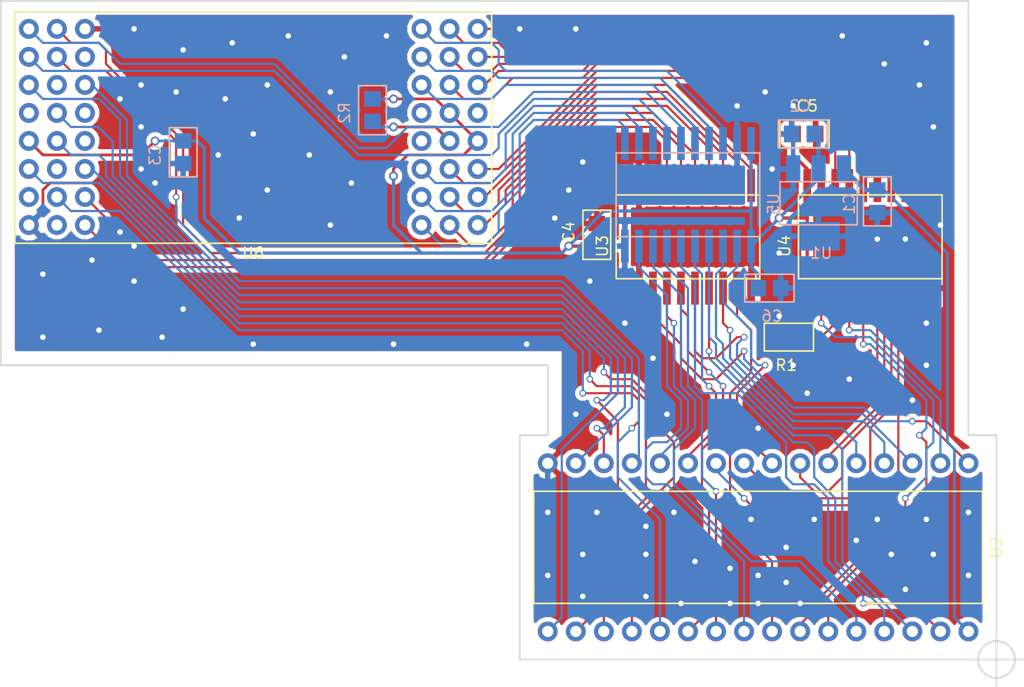
<source format=kicad_pcb>
(kicad_pcb (version 4) (host pcbnew 4.0.7)
  (layers (0 F.Cu signal) (31 B.Cu signal) (36 B.SilkS user) (37 F.SilkS user) (38 B.Mask user) (39 F.Mask user) (44 Edge.Cuts user))
  (net 0 "")
  (net 1 VCC_)
  (net 2 GND_)
  (net 3 +3V3_)
  (net 4 "Net-(R1-Pad1)")
  (net 5 /A17_5V)
  (net 6 /A18_5V)
  (net 7 /A15_5V)
  (net 8 /A12_5V)
  (net 9 /A7_5V)
  (net 10 /A6_5V)
  (net 11 /A5_5V)
  (net 12 /A4_5V)
  (net 13 /A3_5V)
  (net 14 /A2_5V)
  (net 15 /A1_5V)
  (net 16 /A0_5V)
  (net 17 /D0_3V)
  (net 18 /D1_3V)
  (net 19 /D2_3V)
  (net 20 /D3_3V)
  (net 21 /D4_3V)
  (net 22 /D5_3V)
  (net 23 /D6_3V)
  (net 24 /D7_3V)
  (net 25 /ROM_CE)
  (net 26 /A10_5V)
  (net 27 /A16_5V)
  (net 28 /A11_5V)
  (net 29 /A9_5V)
  (net 30 /A8_5V)
  (net 31 /A13_5V)
  (net 32 /A14_5V)
  (net 33 /A19_5V)
  (net 34 /ROM_OE)
  (net 35 /A11_3V)
  (net 36 /A12_3V)
  (net 37 /A14_3V)
  (net 38 /A15_3V)
  (net 39 /FLASH_CE)
  (net 40 /A0_3V)
  (net 41 /A17_3V)
  (net 42 "Net-(U3-Pad18)")
  (net 43 /A2_3V)
  (net 44 /A3_3V)
  (net 45 /A5_3V)
  (net 46 /A6_3V)
  (net 47 /A8_3V)
  (net 48 /A18_3V)
  (net 49 /A20_3V)
  (net 50 /A9_3V)
  (net 51 /A16_3V)
  (net 52 /A13_3V)
  (net 53 /A10_3V)
  (net 54 /FLASH_OE)
  (net 55 /A1_3V)
  (net 56 /A19_3V)
  (net 57 /A7_3V)
  (net 58 /A4_3V)
  (net 59 "Net-(R2-Pad2)")
  (module alf64_mods:0805 (layer B.Cu) (at 189.865 86.995 270)
    (fp_text reference C1 (at 0 2.54 270) (layer B.SilkS) (effects (justify mirror)))
    (fp_text value 100n)
    (pad 1 smd rect (at -1.27 0 270) (size 1.4 1.5) (layers B.Cu B.Mask) (net 1 VCC_))
    (pad 2 smd rect (at 0.7747 0 270) (size 1.4 1.5) (layers B.Cu B.Mask) (net 2 GND_))
  )
  (module alf64_mods:0805 (layer B.Cu) (at 182.88 80.645 180)
    (fp_text reference C2 (at 0 2.54 180) (layer B.SilkS) (effects (justify mirror)))
    (fp_text value 100n)
    (pad 1 smd rect (at -1.27 0 180) (size 1.4 1.5) (layers B.Cu B.Mask) (net 3 +3V3_))
    (pad 2 smd rect (at 0.7747 0 180) (size 1.4 1.5) (layers B.Cu B.Mask) (net 2 GND_))
  )
  (module alf64_mods:0805 (layer B.Cu) (at 127 82.55 270)
    (fp_text reference C3 (at 0 2.54 270) (layer B.SilkS) (effects (justify mirror)))
    (fp_text value 100n)
    (pad 1 smd rect (at -1.27 0 270) (size 1.4 1.5) (layers B.Cu B.Mask) (net 3 +3V3_))
    (pad 2 smd rect (at 0.7747 0 270) (size 1.4 1.5) (layers B.Cu B.Mask) (net 2 GND_))
  )
  (module alf64_mods:0805 (layer F.Cu) (at 164.465 89.535 90)
    (fp_text reference C4 (at 0 -2.54 90) (layer F.SilkS))
    (fp_text value 100n)
    (pad 1 smd rect (at -1.27 0 90) (size 1.4 1.5) (layers F.Cu F.Mask) (net 3 +3V3_))
    (pad 2 smd rect (at 0.7747 0 90) (size 1.4 1.5) (layers F.Cu F.Mask) (net 2 GND_))
  )
  (module alf64_mods:0805 (layer F.Cu) (at 183.515 80.645)
    (fp_text reference C5 (at 0 -2.54) (layer F.SilkS))
    (fp_text value 100n)
    (pad 1 smd rect (at -1.27 0) (size 1.4 1.5) (layers F.Cu F.Mask) (net 3 +3V3_))
    (pad 2 smd rect (at 0.7747 0) (size 1.4 1.5) (layers F.Cu F.Mask) (net 2 GND_))
  )
  (module alf64_mods:0805 (layer F.Cu) (at 181.61 99.06 180)
    (fp_text reference R1 (at 0 -2.54 180) (layer F.SilkS))
    (fp_text value 0)
    (pad 1 smd rect (at -1.27 0 180) (size 1.4 1.5) (layers F.Cu F.Mask) (net 4 "Net-(R1-Pad1)"))
    (pad 2 smd rect (at 0.7747 0 180) (size 1.4 1.5) (layers F.Cu F.Mask) (net 2 GND_))
  )
  (module alf64_mods:SOT223 (layer B.Cu) (at 184.785 86.36)
    (fp_text reference U1 (at 0 5.08) (layer B.SilkS) (effects (justify mirror)))
    (fp_text value LD1117S33TR)
    (pad 1 smd rect (at -2.54 -2.54) (size 1.3 2.5) (layers B.Cu B.Mask) (net 2 GND_))
    (pad 2 smd rect (at -0.2413 -2.54) (size 1.3 2.5) (layers B.Cu B.Mask) (net 3 +3V3_))
    (pad 3 smd rect (at 2.0574 -2.54) (size 1.3 2.5) (layers B.Cu B.Mask) (net 1 VCC_))
    (pad 4 smd rect (at -0.2413 3.556) (size 3.85 2.6) (layers B.Cu B.Mask) (net 2 GND_))
  )
  (module alf64_mods:PDIP32 (layer F.Cu) (at 179.07 118.11 270)
    (fp_text reference U2 (at 0 -21.59 270) (layer F.SilkS))
    (fp_text value SFC_MaskRom_32pin_SOCKET)
    (pad 1 thru_hole circle (at -7.62 -19.05 270) (size 1.8 1.8) (drill 1.02) (layers *.Cu *.Mask) (net 5 /A17_5V))
    (pad 2 thru_hole circle (at -7.62 -16.51 270) (size 1.8 1.8) (drill 1.02) (layers *.Cu *.Mask) (net 6 /A18_5V))
    (pad 3 thru_hole circle (at -7.62 -13.97 270) (size 1.8 1.8) (drill 1.02) (layers *.Cu *.Mask) (net 7 /A15_5V))
    (pad 4 thru_hole circle (at -7.62 -11.43 270) (size 1.8 1.8) (drill 1.02) (layers *.Cu *.Mask) (net 8 /A12_5V))
    (pad 5 thru_hole circle (at -7.62 -8.89 270) (size 1.8 1.8) (drill 1.02) (layers *.Cu *.Mask) (net 9 /A7_5V))
    (pad 6 thru_hole circle (at -7.62 -6.35 270) (size 1.8 1.8) (drill 1.02) (layers *.Cu *.Mask) (net 10 /A6_5V))
    (pad 7 thru_hole circle (at -7.62 -3.81 270) (size 1.8 1.8) (drill 1.02) (layers *.Cu *.Mask) (net 11 /A5_5V))
    (pad 8 thru_hole circle (at -7.62 -1.27 270) (size 1.8 1.8) (drill 1.02) (layers *.Cu *.Mask) (net 12 /A4_5V))
    (pad 9 thru_hole circle (at -7.62 1.27 270) (size 1.8 1.8) (drill 1.02) (layers *.Cu *.Mask) (net 13 /A3_5V))
    (pad 10 thru_hole circle (at -7.62 3.81 270) (size 1.8 1.8) (drill 1.02) (layers *.Cu *.Mask) (net 14 /A2_5V))
    (pad 11 thru_hole circle (at -7.62 6.35 270) (size 1.8 1.8) (drill 1.02) (layers *.Cu *.Mask) (net 15 /A1_5V))
    (pad 12 thru_hole circle (at -7.62 8.89 270) (size 1.8 1.8) (drill 1.02) (layers *.Cu *.Mask) (net 16 /A0_5V))
    (pad 13 thru_hole circle (at -7.62 11.43 270) (size 1.8 1.8) (drill 1.02) (layers *.Cu *.Mask) (net 17 /D0_3V))
    (pad 14 thru_hole circle (at -7.62 13.97 270) (size 1.8 1.8) (drill 1.02) (layers *.Cu *.Mask) (net 18 /D1_3V))
    (pad 15 thru_hole circle (at -7.62 16.51 270) (size 1.8 1.8) (drill 1.02) (layers *.Cu *.Mask) (net 19 /D2_3V))
    (pad 16 thru_hole circle (at -7.62 19.05 270) (size 1.8 1.8) (drill 1.02) (layers *.Cu *.Mask) (net 2 GND_))
    (pad 17 thru_hole circle (at 7.62 19.05 270) (size 1.8 1.8) (drill 1.02) (layers *.Cu *.Mask) (net 20 /D3_3V))
    (pad 18 thru_hole circle (at 7.62 16.51 270) (size 1.8 1.8) (drill 1.02) (layers *.Cu *.Mask) (net 21 /D4_3V))
    (pad 19 thru_hole circle (at 7.62 13.97 270) (size 1.8 1.8) (drill 1.02) (layers *.Cu *.Mask) (net 22 /D5_3V))
    (pad 20 thru_hole circle (at 7.62 11.43 270) (size 1.8 1.8) (drill 1.02) (layers *.Cu *.Mask) (net 23 /D6_3V))
    (pad 21 thru_hole circle (at 7.62 8.89 270) (size 1.8 1.8) (drill 1.02) (layers *.Cu *.Mask) (net 24 /D7_3V))
    (pad 22 thru_hole circle (at 7.62 6.35 270) (size 1.8 1.8) (drill 1.02) (layers *.Cu *.Mask) (net 25 /ROM_CE))
    (pad 23 thru_hole circle (at 7.62 3.81 270) (size 1.8 1.8) (drill 1.02) (layers *.Cu *.Mask) (net 26 /A10_5V))
    (pad 24 thru_hole circle (at 7.62 1.27 270) (size 1.8 1.8) (drill 1.02) (layers *.Cu *.Mask) (net 27 /A16_5V))
    (pad 25 thru_hole circle (at 7.62 -1.27 270) (size 1.8 1.8) (drill 1.02) (layers *.Cu *.Mask) (net 28 /A11_5V))
    (pad 26 thru_hole circle (at 7.62 -3.81 270) (size 1.8 1.8) (drill 1.02) (layers *.Cu *.Mask) (net 29 /A9_5V))
    (pad 27 thru_hole circle (at 7.62 -6.35 270) (size 1.8 1.8) (drill 1.02) (layers *.Cu *.Mask) (net 30 /A8_5V))
    (pad 28 thru_hole circle (at 7.62 -8.89 270) (size 1.8 1.8) (drill 1.02) (layers *.Cu *.Mask) (net 31 /A13_5V))
    (pad 29 thru_hole circle (at 7.62 -11.43 270) (size 1.8 1.8) (drill 1.02) (layers *.Cu *.Mask) (net 32 /A14_5V))
    (pad 30 thru_hole circle (at 7.62 -13.97 270) (size 1.8 1.8) (drill 1.02) (layers *.Cu *.Mask) (net 33 /A19_5V))
    (pad 31 thru_hole circle (at 7.62 -16.51 270) (size 1.8 1.8) (drill 1.02) (layers *.Cu *.Mask) (net 34 /ROM_OE))
    (pad 32 thru_hole circle (at 7.62 -19.05 270) (size 1.8 1.8) (drill 1.02) (layers *.Cu *.Mask) (net 1 VCC_))
  )
  (module alf64_mods:SO20 (layer F.Cu) (at 172.085 90.805 90)
    (fp_text reference U3 (at 0 -7.12 90) (layer F.SilkS))
    (fp_text value 74LVC245)
    (pad 1 smd rect (at -3.81 -5.08 90) (size 3 0.7) (layers F.Cu F.Mask) (net 3 +3V3_))
    (pad 2 smd rect (at -3.81 -3.81 90) (size 3 0.7) (layers F.Cu F.Mask) (net 2 GND_))
    (pad 3 smd rect (at -3.81 -2.54 90) (size 3 0.7) (layers F.Cu F.Mask) (net 5 /A17_5V))
    (pad 4 smd rect (at -3.81 -1.27 90) (size 3 0.7) (layers F.Cu F.Mask) (net 16 /A0_5V))
    (pad 5 smd rect (at -3.81 0 90) (size 3 0.7) (layers F.Cu F.Mask) (net 25 /ROM_CE))
    (pad 6 smd rect (at -3.81 1.27 90) (size 3 0.7) (layers F.Cu F.Mask) (net 7 /A15_5V))
    (pad 7 smd rect (at -3.81 2.54 90) (size 3 0.7) (layers F.Cu F.Mask) (net 32 /A14_5V))
    (pad 8 smd rect (at -3.81 3.81 90) (size 3 0.7) (layers F.Cu F.Mask) (net 8 /A12_5V))
    (pad 9 smd rect (at -3.81 5.08 90) (size 3 0.7) (layers F.Cu F.Mask) (net 28 /A11_5V))
    (pad 10 smd rect (at -3.81 6.35 90) (size 3 0.7) (layers F.Cu F.Mask) (net 2 GND_))
    (pad 11 smd rect (at 5.4864 6.35 90) (size 3 0.7) (layers F.Cu F.Mask) (net 35 /A11_3V))
    (pad 12 smd rect (at 5.4864 5.08 90) (size 3 0.7) (layers F.Cu F.Mask) (net 36 /A12_3V))
    (pad 13 smd rect (at 5.4864 3.81 90) (size 3 0.7) (layers F.Cu F.Mask) (net 37 /A14_3V))
    (pad 14 smd rect (at 5.4864 2.54 90) (size 3 0.7) (layers F.Cu F.Mask) (net 38 /A15_3V))
    (pad 15 smd rect (at 5.4864 1.27 90) (size 3 0.7) (layers F.Cu F.Mask) (net 39 /FLASH_CE))
    (pad 16 smd rect (at 5.4864 0 90) (size 3 0.7) (layers F.Cu F.Mask) (net 40 /A0_3V))
    (pad 17 smd rect (at 5.4864 -1.27 90) (size 3 0.7) (layers F.Cu F.Mask) (net 41 /A17_3V))
    (pad 18 smd rect (at 5.4864 -2.54 90) (size 3 0.7) (layers F.Cu F.Mask) (net 42 "Net-(U3-Pad18)"))
    (pad 19 smd rect (at 5.4864 -3.81 90) (size 3 0.7) (layers F.Cu F.Mask) (net 2 GND_))
    (pad 20 smd rect (at 5.4864 -5.08 90) (size 3 0.7) (layers F.Cu F.Mask) (net 3 +3V3_))
  )
  (module alf64_mods:SO20 (layer F.Cu) (at 188.595 90.805 90)
    (fp_text reference U4 (at 0 -7.12 90) (layer F.SilkS))
    (fp_text value 74LVC245)
    (pad 1 smd rect (at -3.81 -5.08 90) (size 3 0.7) (layers F.Cu F.Mask) (net 3 +3V3_))
    (pad 2 smd rect (at -3.81 -3.81 90) (size 3 0.7) (layers F.Cu F.Mask) (net 29 /A9_5V))
    (pad 3 smd rect (at -3.81 -2.54 90) (size 3 0.7) (layers F.Cu F.Mask) (net 4 "Net-(R1-Pad1)"))
    (pad 4 smd rect (at -3.81 -1.27 90) (size 3 0.7) (layers F.Cu F.Mask) (net 6 /A18_5V))
    (pad 5 smd rect (at -3.81 0 90) (size 3 0.7) (layers F.Cu F.Mask) (net 30 /A8_5V))
    (pad 6 smd rect (at -3.81 1.27 90) (size 3 0.7) (layers F.Cu F.Mask) (net 10 /A6_5V))
    (pad 7 smd rect (at -3.81 2.54 90) (size 3 0.7) (layers F.Cu F.Mask) (net 11 /A5_5V))
    (pad 8 smd rect (at -3.81 3.81 90) (size 3 0.7) (layers F.Cu F.Mask) (net 13 /A3_5V))
    (pad 9 smd rect (at -3.81 5.08 90) (size 3 0.7) (layers F.Cu F.Mask) (net 14 /A2_5V))
    (pad 10 smd rect (at -3.81 6.35 90) (size 3 0.7) (layers F.Cu F.Mask) (net 2 GND_))
    (pad 11 smd rect (at 5.4864 6.35 90) (size 3 0.7) (layers F.Cu F.Mask) (net 43 /A2_3V))
    (pad 12 smd rect (at 5.4864 5.08 90) (size 3 0.7) (layers F.Cu F.Mask) (net 44 /A3_3V))
    (pad 13 smd rect (at 5.4864 3.81 90) (size 3 0.7) (layers F.Cu F.Mask) (net 45 /A5_3V))
    (pad 14 smd rect (at 5.4864 2.54 90) (size 3 0.7) (layers F.Cu F.Mask) (net 46 /A6_3V))
    (pad 15 smd rect (at 5.4864 1.27 90) (size 3 0.7) (layers F.Cu F.Mask) (net 47 /A8_3V))
    (pad 16 smd rect (at 5.4864 0 90) (size 3 0.7) (layers F.Cu F.Mask) (net 48 /A18_3V))
    (pad 17 smd rect (at 5.4864 -1.27 90) (size 3 0.7) (layers F.Cu F.Mask) (net 49 /A20_3V))
    (pad 18 smd rect (at 5.4864 -2.54 90) (size 3 0.7) (layers F.Cu F.Mask) (net 50 /A9_3V))
    (pad 19 smd rect (at 5.4864 -3.81 90) (size 3 0.7) (layers F.Cu F.Mask) (net 2 GND_))
    (pad 20 smd rect (at 5.4864 -5.08 90) (size 3 0.7) (layers F.Cu F.Mask) (net 3 +3V3_))
  )
  (module alf64_mods:SO20 (layer B.Cu) (at 173.355 86.995 90)
    (fp_text reference U5 (at 0 7.12 90) (layer B.SilkS) (effects (justify mirror)))
    (fp_text value 74LVC245)
    (pad 1 smd rect (at -3.81 5.08 90) (size 3 0.7) (layers B.Cu B.Mask) (net 3 +3V3_))
    (pad 2 smd rect (at -3.81 3.81 90) (size 3 0.7) (layers B.Cu B.Mask) (net 12 /A4_5V))
    (pad 3 smd rect (at -3.81 2.54 90) (size 3 0.7) (layers B.Cu B.Mask) (net 9 /A7_5V))
    (pad 4 smd rect (at -3.81 1.27 90) (size 3 0.7) (layers B.Cu B.Mask) (net 33 /A19_5V))
    (pad 5 smd rect (at -3.81 0 90) (size 3 0.7) (layers B.Cu B.Mask) (net 15 /A1_5V))
    (pad 6 smd rect (at -3.81 -1.27 90) (size 3 0.7) (layers B.Cu B.Mask) (net 34 /ROM_OE))
    (pad 7 smd rect (at -3.81 -2.54 90) (size 3 0.7) (layers B.Cu B.Mask) (net 26 /A10_5V))
    (pad 8 smd rect (at -3.81 -3.81 90) (size 3 0.7) (layers B.Cu B.Mask) (net 31 /A13_5V))
    (pad 9 smd rect (at -3.81 -5.08 90) (size 3 0.7) (layers B.Cu B.Mask) (net 27 /A16_5V))
    (pad 10 smd rect (at -3.81 -6.35 90) (size 3 0.7) (layers B.Cu B.Mask) (net 2 GND_))
    (pad 11 smd rect (at 5.4864 -6.35 90) (size 3 0.7) (layers B.Cu B.Mask) (net 51 /A16_3V))
    (pad 12 smd rect (at 5.4864 -5.08 90) (size 3 0.7) (layers B.Cu B.Mask) (net 52 /A13_3V))
    (pad 13 smd rect (at 5.4864 -3.81 90) (size 3 0.7) (layers B.Cu B.Mask) (net 53 /A10_3V))
    (pad 14 smd rect (at 5.4864 -2.54 90) (size 3 0.7) (layers B.Cu B.Mask) (net 54 /FLASH_OE))
    (pad 15 smd rect (at 5.4864 -1.27 90) (size 3 0.7) (layers B.Cu B.Mask) (net 55 /A1_3V))
    (pad 16 smd rect (at 5.4864 0 90) (size 3 0.7) (layers B.Cu B.Mask) (net 56 /A19_3V))
    (pad 17 smd rect (at 5.4864 1.27 90) (size 3 0.7) (layers B.Cu B.Mask) (net 57 /A7_3V))
    (pad 18 smd rect (at 5.4864 2.54 90) (size 3 0.7) (layers B.Cu B.Mask) (net 58 /A4_3V))
    (pad 19 smd rect (at 5.4864 3.81 90) (size 3 0.7) (layers B.Cu B.Mask) (net 2 GND_))
    (pad 20 smd rect (at 5.4864 5.08 90) (size 3 0.7) (layers B.Cu B.Mask) (net 3 +3V3_))
  )
  (module alf64_mods:GOTRONIK_ADAP_TSOP48 (layer F.Cu) (at 148.59 88.9 180)
    (fp_text reference U6 (at 15.24 -2.54 180) (layer F.SilkS))
    (fp_text value SST39VF1681_1682)
    (pad 1 thru_hole circle (at 0 0 180) (size 1.8 1.8) (drill 1.02) (layers *.Cu *.Mask) (net 51 /A16_3V))
    (pad 2 thru_hole circle (at -2.54 0 180) (size 1.8 1.8) (drill 1.02) (layers *.Cu *.Mask) (net 38 /A15_3V))
    (pad 3 thru_hole circle (at -5.08 0 180) (size 1.8 1.8) (drill 1.02) (layers *.Cu *.Mask) (net 37 /A14_3V))
    (pad 4 thru_hole circle (at 0 2.54 180) (size 1.8 1.8) (drill 1.02) (layers *.Cu *.Mask) (net 52 /A13_3V))
    (pad 5 thru_hole circle (at -2.54 2.54 180) (size 1.8 1.8) (drill 1.02) (layers *.Cu *.Mask) (net 36 /A12_3V))
    (pad 6 thru_hole circle (at -5.08 2.54 180) (size 1.8 1.8) (drill 1.02) (layers *.Cu *.Mask) (net 35 /A11_3V))
    (pad 7 thru_hole circle (at 0 5.08 180) (size 1.8 1.8) (drill 1.02) (layers *.Cu *.Mask) (net 53 /A10_3V))
    (pad 8 thru_hole circle (at -2.54 5.08 180) (size 1.8 1.8) (drill 1.02) (layers *.Cu *.Mask) (net 50 /A9_3V))
    (pad 9 thru_hole circle (at -5.08 5.08 180) (size 1.8 1.8) (drill 1.02) (layers *.Cu *.Mask) (net 49 /A20_3V))
    (pad 10 thru_hole circle (at 0 7.62 180) (size 1.8 1.8) (drill 1.02) (layers *.Cu *.Mask))
    (pad 11 thru_hole circle (at -2.54 7.62 180) (size 1.8 1.8) (drill 1.02) (layers *.Cu *.Mask) (net 59 "Net-(R2-Pad2)"))
    (pad 12 thru_hole circle (at -5.08 7.62 180) (size 1.8 1.8) (drill 1.02) (layers *.Cu *.Mask) (net 3 +3V3_))
    (pad 13 thru_hole circle (at 0 10.16 180) (size 1.8 1.8) (drill 1.02) (layers *.Cu *.Mask))
    (pad 14 thru_hole circle (at -2.54 10.16 180) (size 1.8 1.8) (drill 1.02) (layers *.Cu *.Mask) (net 3 +3V3_))
    (pad 15 thru_hole circle (at -5.08 10.16 180) (size 1.8 1.8) (drill 1.02) (layers *.Cu *.Mask))
    (pad 16 thru_hole circle (at 0 12.7 180) (size 1.8 1.8) (drill 1.02) (layers *.Cu *.Mask) (net 56 /A19_3V))
    (pad 17 thru_hole circle (at -2.54 12.7 180) (size 1.8 1.8) (drill 1.02) (layers *.Cu *.Mask) (net 48 /A18_3V))
    (pad 18 thru_hole circle (at -5.08 12.7 180) (size 1.8 1.8) (drill 1.02) (layers *.Cu *.Mask) (net 47 /A8_3V))
    (pad 19 thru_hole circle (at 0 15.24 180) (size 1.8 1.8) (drill 1.02) (layers *.Cu *.Mask) (net 57 /A7_3V))
    (pad 20 thru_hole circle (at -2.54 15.24 180) (size 1.8 1.8) (drill 1.02) (layers *.Cu *.Mask) (net 46 /A6_3V))
    (pad 21 thru_hole circle (at -5.08 15.24 180) (size 1.8 1.8) (drill 1.02) (layers *.Cu *.Mask) (net 45 /A5_3V))
    (pad 22 thru_hole circle (at 0 17.78 180) (size 1.8 1.8) (drill 1.02) (layers *.Cu *.Mask) (net 58 /A4_3V))
    (pad 23 thru_hole circle (at -2.54 17.78 180) (size 1.8 1.8) (drill 1.02) (layers *.Cu *.Mask) (net 44 /A3_3V))
    (pad 24 thru_hole circle (at -5.08 17.78 180) (size 1.8 1.8) (drill 1.02) (layers *.Cu *.Mask) (net 43 /A2_3V))
    (pad 25 thru_hole circle (at 35.56 17.78 180) (size 1.8 1.8) (drill 1.02) (layers *.Cu *.Mask) (net 55 /A1_3V))
    (pad 26 thru_hole circle (at 33.02 17.78 180) (size 1.8 1.8) (drill 1.02) (layers *.Cu *.Mask) (net 39 /FLASH_CE))
    (pad 27 thru_hole circle (at 30.48 17.78 180) (size 1.8 1.8) (drill 1.02) (layers *.Cu *.Mask) (net 2 GND_))
    (pad 28 thru_hole circle (at 35.56 15.24 180) (size 1.8 1.8) (drill 1.02) (layers *.Cu *.Mask) (net 54 /FLASH_OE))
    (pad 29 thru_hole circle (at 33.02 15.24 180) (size 1.8 1.8) (drill 1.02) (layers *.Cu *.Mask) (net 17 /D0_3V))
    (pad 30 thru_hole circle (at 30.48 15.24 180) (size 1.8 1.8) (drill 1.02) (layers *.Cu *.Mask))
    (pad 31 thru_hole circle (at 35.56 12.7 180) (size 1.8 1.8) (drill 1.02) (layers *.Cu *.Mask) (net 18 /D1_3V))
    (pad 32 thru_hole circle (at 33.02 12.7 180) (size 1.8 1.8) (drill 1.02) (layers *.Cu *.Mask))
    (pad 33 thru_hole circle (at 30.48 12.7 180) (size 1.8 1.8) (drill 1.02) (layers *.Cu *.Mask) (net 19 /D2_3V))
    (pad 34 thru_hole circle (at 35.56 10.16 180) (size 1.8 1.8) (drill 1.02) (layers *.Cu *.Mask))
    (pad 35 thru_hole circle (at 33.02 10.16 180) (size 1.8 1.8) (drill 1.02) (layers *.Cu *.Mask) (net 20 /D3_3V))
    (pad 36 thru_hole circle (at 30.48 10.16 180) (size 1.8 1.8) (drill 1.02) (layers *.Cu *.Mask))
    (pad 37 thru_hole circle (at 35.56 7.62 180) (size 1.8 1.8) (drill 1.02) (layers *.Cu *.Mask) (net 3 +3V3_))
    (pad 38 thru_hole circle (at 33.02 7.62 180) (size 1.8 1.8) (drill 1.02) (layers *.Cu *.Mask) (net 21 /D4_3V))
    (pad 39 thru_hole circle (at 30.48 7.62 180) (size 1.8 1.8) (drill 1.02) (layers *.Cu *.Mask))
    (pad 40 thru_hole circle (at 35.56 5.08 180) (size 1.8 1.8) (drill 1.02) (layers *.Cu *.Mask) (net 22 /D5_3V))
    (pad 41 thru_hole circle (at 33.02 5.08 180) (size 1.8 1.8) (drill 1.02) (layers *.Cu *.Mask))
    (pad 42 thru_hole circle (at 30.48 5.08 180) (size 1.8 1.8) (drill 1.02) (layers *.Cu *.Mask) (net 23 /D6_3V))
    (pad 43 thru_hole circle (at 35.56 2.54 180) (size 1.8 1.8) (drill 1.02) (layers *.Cu *.Mask))
    (pad 44 thru_hole circle (at 33.02 2.54 180) (size 1.8 1.8) (drill 1.02) (layers *.Cu *.Mask) (net 24 /D7_3V))
    (pad 45 thru_hole circle (at 30.48 2.54 180) (size 1.8 1.8) (drill 1.02) (layers *.Cu *.Mask) (net 40 /A0_3V))
    (pad 46 thru_hole circle (at 35.56 0 180) (size 1.8 1.8) (drill 1.02) (layers *.Cu *.Mask) (net 2 GND_))
    (pad 47 thru_hole circle (at 33.02 0 180) (size 1.8 1.8) (drill 1.02) (layers *.Cu *.Mask))
    (pad 48 thru_hole circle (at 30.48 0 180) (size 1.8 1.8) (drill 1.02) (layers *.Cu *.Mask) (net 41 /A17_3V))
  )
  (module alf64_mods:0805 (layer B.Cu) (at 180.34 94.615)
    (fp_text reference C6 (at 0 2.54) (layer B.SilkS) (effects (justify mirror)))
    (fp_text value 100n)
    (pad 1 smd rect (at -1.27 0) (size 1.4 1.5) (layers B.Cu B.Mask) (net 3 +3V3_))
    (pad 2 smd rect (at 0.7747 0) (size 1.4 1.5) (layers B.Cu B.Mask) (net 2 GND_))
  )
  (module alf64_mods:0805 (layer B.Cu) (at 144.145 78.74 270)
    (fp_text reference R2 (at 0 2.54 270) (layer B.SilkS) (effects (justify mirror)))
    (fp_text value 0)
    (pad 1 smd rect (at -1.27 0 270) (size 1.4 1.5) (layers B.Cu B.Mask) (net 3 +3V3_))
    (pad 2 smd rect (at 0.7747 0 270) (size 1.4 1.5) (layers B.Cu B.Mask) (net 59 "Net-(R2-Pad2)"))
  )
  (target plus (at 200.66 128.27) (size 5) (width 0.15) (layer Edge.Cuts))
  (gr_line (start 157.48 107.95) (end 157.48 125.73) (angle 90) (layer Edge.Cuts) (width 0.15))
  (gr_line (start 160.02 107.95) (end 157.48 107.95) (angle 90) (layer Edge.Cuts) (width 0.15))
  (gr_line (start 160.02 101.6) (end 160.02 107.95) (angle 90) (layer Edge.Cuts) (width 0.15))
  (gr_line (start 157.48 101.6) (end 160.02 101.6) (angle 90) (layer Edge.Cuts) (width 0.15))
  (gr_line (start 198.12 68.58) (end 110.49 68.58) (angle 90) (layer Edge.Cuts) (width 0.15))
  (gr_line (start 198.12 69.85) (end 198.12 68.58) (angle 90) (layer Edge.Cuts) (width 0.15))
  (gr_line (start 198.12 107.95) (end 198.12 69.85) (angle 90) (layer Edge.Cuts) (width 0.15))
  (gr_line (start 200.66 107.95) (end 198.12 107.95) (angle 90) (layer Edge.Cuts) (width 0.15))
  (gr_line (start 200.66 128.27) (end 200.66 107.95) (angle 90) (layer Edge.Cuts) (width 0.15))
  (target plus (at 200.66 128.27) (size 5) (width 0.15) (layer Edge.Cuts))
  (gr_line (start 157.48 128.27) (end 157.48 125.73) (angle 90) (layer Edge.Cuts) (width 0.15))
  (gr_line (start 200.66 128.27) (end 157.48 128.27) (angle 90) (layer Edge.Cuts) (width 0.15))
  (gr_line (start 153.67 101.6) (end 157.48 101.6) (angle 90) (layer Edge.Cuts) (width 0.15))
  (gr_line (start 110.49 101.6) (end 153.67 101.6) (angle 90) (layer Edge.Cuts) (width 0.15))
  (gr_line (start 110.49 68.58) (end 110.49 101.6) (angle 90) (layer Edge.Cuts) (width 0.15))
  (segment (start 196.215 107.315) (end 196.215 108.585) (width 0.25) (layer B.Cu) (net 1))
  (segment (start 196.85 124.46) (end 196.85 109.855) (width 0.25) (layer B.Cu) (net 1))
  (segment (start 198.12 125.73) (end 196.85 124.46) (width 0.25) (layer B.Cu) (net 1))
  (segment (start 196.215 91.44) (end 190.5 85.725) (width 0.25) (layer B.Cu) (net 1))
  (segment (start 196.215 107.315) (end 196.215 91.44) (width 0.25) (layer B.Cu) (net 1))
  (segment (start 196.85 109.22) (end 196.85 109.855) (width 0.25) (layer B.Cu) (net 1))
  (segment (start 196.215 108.585) (end 196.85 109.22) (width 0.25) (layer B.Cu) (net 1))
  (segment (start 189.865 85.725) (end 188.7474 85.725) (width 0.4) (layer B.Cu) (net 1))
  (segment (start 188.7474 85.725) (end 186.8424 83.82) (width 0.4) (layer B.Cu) (net 1))
  (segment (start 190.5 85.725) (end 189.865 85.725) (width 0.25) (layer B.Cu) (net 1))
  (segment (start 164.465 92.71) (end 164.465 90.805) (width 0.25) (layer B.Cu) (net 2))
  (segment (start 164.465 90.805) (end 167.005 90.805) (width 0.25) (layer B.Cu) (net 2))
  (segment (start 127.635 88.265) (end 127.635 85.725) (width 0.25) (layer B.Cu) (net 2))
  (segment (start 128.27 88.9) (end 127.635 88.265) (width 0.25) (layer B.Cu) (net 2))
  (segment (start 132.08 92.71) (end 128.27 88.9) (width 0.25) (layer B.Cu) (net 2))
  (segment (start 164.465 92.71) (end 133.35 92.71) (width 0.25) (layer B.Cu) (net 2))
  (segment (start 133.35 92.71) (end 132.08 92.71) (width 0.25) (layer B.Cu) (net 2))
  (segment (start 127 85.09) (end 127 83.3247) (width 0.25) (layer B.Cu) (net 2))
  (segment (start 127.635 85.725) (end 127 85.09) (width 0.25) (layer B.Cu) (net 2))
  (segment (start 178.435 94.615) (end 180.975 94.615) (width 0.25) (layer F.Cu) (net 2))
  (segment (start 180.975 94.615) (end 180.975 97.155) (width 0.25) (layer F.Cu) (net 2))
  (segment (start 184.2897 80.645) (end 184.2897 82.0547) (width 0.25) (layer F.Cu) (net 2))
  (segment (start 184.785 82.55) (end 184.785 85.3186) (width 0.25) (layer F.Cu) (net 2))
  (segment (start 184.2897 82.0547) (end 184.785 82.55) (width 0.25) (layer F.Cu) (net 2))
  (segment (start 181.61 118.11) (end 180.975 118.11) (width 0.25) (layer F.Cu) (net 2))
  (via (at 189.865 115.57) (size 0.8) (drill 0.5) (layers F.Cu B.Cu) (net 2))
  (segment (start 182.88 118.11) (end 181.61 118.11) (width 0.25) (layer F.Cu) (net 2))
  (via (at 181.61 118.11) (size 0.8) (drill 0.5) (layers F.Cu B.Cu) (net 2))
  (via (at 178.435 115.57) (size 0.8) (drill 0.5) (layers F.Cu B.Cu) (net 2))
  (segment (start 178.435 115.57) (end 184.15 115.57) (width 0.25) (layer B.Cu) (net 2))
  (via (at 184.15 115.57) (size 0.8) (drill 0.5) (layers F.Cu B.Cu) (net 2))
  (segment (start 182.88 121.285) (end 182.88 118.11) (width 0.25) (layer F.Cu) (net 2))
  (segment (start 184.15 115.57) (end 189.865 115.57) (width 0.25) (layer F.Cu) (net 2))
  (segment (start 180.975 118.11) (end 178.435 115.57) (width 0.25) (layer F.Cu) (net 2))
  (segment (start 176.53 123.19) (end 175.26 123.19) (width 0.25) (layer B.Cu) (net 2))
  (via (at 176.53 123.19) (size 0.8) (drill 0.5) (layers F.Cu B.Cu) (net 2))
  (via (at 172.085 123.19) (size 0.8) (drill 0.5) (layers F.Cu B.Cu) (net 2))
  (segment (start 173.355 123.19) (end 175.26 123.19) (width 0.25) (layer B.Cu) (net 2))
  (segment (start 194.945 118.745) (end 194.945 118.11) (width 0.25) (layer F.Cu) (net 2))
  (via (at 198.12 120.65) (size 0.8) (drill 0.5) (layers F.Cu B.Cu) (net 2))
  (segment (start 198.12 114.935) (end 198.12 120.65) (width 0.25) (layer B.Cu) (net 2))
  (via (at 198.12 114.935) (size 0.8) (drill 0.5) (layers F.Cu B.Cu) (net 2))
  (segment (start 194.945 118.11) (end 198.12 114.935) (width 0.25) (layer F.Cu) (net 2))
  (segment (start 189.865 115.57) (end 194.31 115.57) (width 0.25) (layer B.Cu) (net 2))
  (via (at 194.31 115.57) (size 0.8) (drill 0.5) (layers F.Cu B.Cu) (net 2))
  (segment (start 194.31 115.57) (end 191.135 118.745) (width 0.25) (layer F.Cu) (net 2))
  (via (at 191.135 118.745) (size 0.8) (drill 0.5) (layers F.Cu B.Cu) (net 2))
  (segment (start 191.135 118.745) (end 194.945 118.745) (width 0.25) (layer B.Cu) (net 2))
  (via (at 194.945 118.745) (size 0.8) (drill 0.5) (layers F.Cu B.Cu) (net 2))
  (via (at 192.405 121.92) (size 0.8) (drill 0.5) (layers F.Cu B.Cu) (net 2))
  (segment (start 192.405 121.285) (end 192.405 121.92) (width 0.25) (layer F.Cu) (net 2))
  (segment (start 194.945 118.745) (end 192.405 121.285) (width 0.25) (layer F.Cu) (net 2))
  (via (at 187.96 117.475) (size 0.8) (drill 0.5) (layers F.Cu B.Cu) (net 2))
  (segment (start 189.865 115.57) (end 187.96 117.475) (width 0.25) (layer B.Cu) (net 2))
  (segment (start 182.88 121.285) (end 181.61 121.285) (width 0.25) (layer F.Cu) (net 2))
  (via (at 181.61 121.285) (size 0.8) (drill 0.5) (layers F.Cu B.Cu) (net 2))
  (segment (start 179.07 123.19) (end 182.88 123.19) (width 0.25) (layer B.Cu) (net 2))
  (segment (start 182.88 122.555) (end 182.88 123.19) (width 0.25) (layer F.Cu) (net 2))
  (via (at 182.88 123.19) (size 0.8) (drill 0.5) (layers F.Cu B.Cu) (net 2))
  (via (at 179.07 123.19) (size 0.8) (drill 0.5) (layers F.Cu B.Cu) (net 2))
  (segment (start 182.88 121.92) (end 182.88 121.285) (width 0.25) (layer F.Cu) (net 2))
  (segment (start 182.88 121.92) (end 182.88 122.555) (width 0.25) (layer F.Cu) (net 2))
  (segment (start 179.07 123.19) (end 179.07 120.65) (width 0.25) (layer F.Cu) (net 2))
  (via (at 179.07 120.65) (size 0.8) (drill 0.5) (layers F.Cu B.Cu) (net 2))
  (segment (start 177.8 123.19) (end 179.07 123.19) (width 0.25) (layer F.Cu) (net 2))
  (segment (start 177.8 123.19) (end 176.53 123.19) (width 0.25) (layer F.Cu) (net 2))
  (segment (start 176.53 123.19) (end 176.53 120.015) (width 0.25) (layer F.Cu) (net 2))
  (via (at 176.53 120.015) (size 0.8) (drill 0.5) (layers F.Cu B.Cu) (net 2))
  (segment (start 172.085 123.19) (end 173.355 123.19) (width 0.25) (layer B.Cu) (net 2))
  (segment (start 172.085 121.92) (end 172.085 123.19) (width 0.25) (layer F.Cu) (net 2))
  (segment (start 172.085 121.92) (end 173.355 120.65) (width 0.25) (layer F.Cu) (net 2))
  (segment (start 173.355 116.84) (end 173.355 119.38) (width 0.25) (layer B.Cu) (net 2))
  (segment (start 171.45 120.015) (end 171.45 114.935) (width 0.25) (layer F.Cu) (net 2))
  (segment (start 160.02 120.65) (end 161.925 122.555) (width 0.25) (layer F.Cu) (net 2))
  (via (at 160.02 120.65) (size 0.8) (drill 0.5) (layers F.Cu B.Cu) (net 2))
  (via (at 173.355 119.38) (size 0.8) (drill 0.5) (layers F.Cu B.Cu) (net 2))
  (via (at 171.45 114.935) (size 0.8) (drill 0.5) (layers F.Cu B.Cu) (net 2))
  (segment (start 168.91 122.555) (end 171.45 120.015) (width 0.25) (layer F.Cu) (net 2))
  (via (at 168.91 122.555) (size 0.8) (drill 0.5) (layers F.Cu B.Cu) (net 2))
  (segment (start 168.91 118.745) (end 168.91 122.555) (width 0.25) (layer B.Cu) (net 2))
  (via (at 168.91 118.745) (size 0.8) (drill 0.5) (layers F.Cu B.Cu) (net 2))
  (segment (start 168.91 116.205) (end 168.91 118.745) (width 0.25) (layer F.Cu) (net 2))
  (via (at 168.91 116.205) (size 0.8) (drill 0.5) (layers F.Cu B.Cu) (net 2))
  (segment (start 167.64 114.935) (end 168.91 116.205) (width 0.25) (layer B.Cu) (net 2))
  (segment (start 164.465 114.935) (end 167.64 114.935) (width 0.25) (layer B.Cu) (net 2))
  (via (at 164.465 114.935) (size 0.8) (drill 0.5) (layers F.Cu B.Cu) (net 2))
  (segment (start 163.195 116.205) (end 164.465 114.935) (width 0.25) (layer F.Cu) (net 2))
  (segment (start 163.195 118.745) (end 163.195 116.205) (width 0.25) (layer F.Cu) (net 2))
  (via (at 163.195 118.745) (size 0.8) (drill 0.5) (layers F.Cu B.Cu) (net 2))
  (segment (start 163.195 122.555) (end 163.195 118.745) (width 0.25) (layer B.Cu) (net 2))
  (via (at 163.195 122.555) (size 0.8) (drill 0.5) (layers F.Cu B.Cu) (net 2))
  (segment (start 161.925 122.555) (end 163.195 122.555) (width 0.25) (layer F.Cu) (net 2))
  (segment (start 160.02 113.665) (end 160.02 114.935) (width 0.5) (layer B.Cu) (net 2))
  (segment (start 160.02 113.665) (end 160.02 110.49) (width 0.5) (layer B.Cu) (net 2))
  (segment (start 160.02 114.935) (end 160.02 117.475) (width 0.25) (layer F.Cu) (net 2))
  (via (at 160.02 114.935) (size 0.8) (drill 0.5) (layers F.Cu B.Cu) (net 2))
  (segment (start 160.02 117.475) (end 160.02 120.65) (width 0.25) (layer F.Cu) (net 2))
  (segment (start 171.45 114.935) (end 173.355 116.84) (width 0.25) (layer B.Cu) (net 2))
  (segment (start 173.355 120.65) (end 173.355 119.38) (width 0.25) (layer F.Cu) (net 2))
  (segment (start 141.605 73.66) (end 143.51 71.755) (width 0.25) (layer F.Cu) (net 2))
  (via (at 145.415 71.755) (size 0.8) (drill 0.5) (layers F.Cu B.Cu) (net 2))
  (segment (start 143.51 71.755) (end 145.415 71.755) (width 0.25) (layer F.Cu) (net 2))
  (segment (start 140.335 76.835) (end 141.605 75.565) (width 0.25) (layer F.Cu) (net 2))
  (via (at 140.335 76.835) (size 0.8) (drill 0.5) (layers F.Cu B.Cu) (net 2))
  (segment (start 140.335 73.66) (end 141.605 73.66) (width 0.25) (layer B.Cu) (net 2))
  (segment (start 131.445 72.39) (end 132.08 71.755) (width 0.25) (layer B.Cu) (net 2))
  (segment (start 127.635 72.39) (end 131.445 72.39) (width 0.25) (layer F.Cu) (net 2))
  (via (at 131.445 72.39) (size 0.8) (drill 0.5) (layers F.Cu B.Cu) (net 2))
  (segment (start 122.555 71.12) (end 124.46 73.025) (width 0.25) (layer B.Cu) (net 2))
  (via (at 127 73.025) (size 0.8) (drill 0.5) (layers F.Cu B.Cu) (net 2))
  (segment (start 122.2375 71.4375) (end 122.555 71.12) (width 0.25) (layer F.Cu) (net 2))
  (via (at 122.555 71.12) (size 0.8) (drill 0.5) (layers F.Cu B.Cu) (net 2))
  (segment (start 122.2375 71.4375) (end 120.3325 71.4375) (width 0.25) (layer F.Cu) (net 2))
  (segment (start 124.46 73.025) (end 127 73.025) (width 0.25) (layer B.Cu) (net 2))
  (segment (start 127 73.025) (end 127.635 72.39) (width 0.25) (layer F.Cu) (net 2))
  (segment (start 132.08 71.755) (end 136.525 71.755) (width 0.25) (layer B.Cu) (net 2))
  (segment (start 136.525 71.755) (end 138.43 71.755) (width 0.25) (layer B.Cu) (net 2))
  (via (at 136.525 71.755) (size 0.8) (drill 0.5) (layers F.Cu B.Cu) (net 2))
  (via (at 141.605 73.66) (size 0.8) (drill 0.5) (layers F.Cu B.Cu) (net 2))
  (segment (start 138.43 71.755) (end 140.335 73.66) (width 0.25) (layer B.Cu) (net 2))
  (segment (start 141.605 75.565) (end 141.605 73.66) (width 0.25) (layer F.Cu) (net 2))
  (segment (start 113.03 95.885) (end 113.03 94.615) (width 0.25) (layer F.Cu) (net 2))
  (segment (start 125.095 99.06) (end 120.015 99.06) (width 0.25) (layer F.Cu) (net 2))
  (segment (start 114.3 99.06) (end 114.935 98.425) (width 0.25) (layer B.Cu) (net 2))
  (segment (start 113.03 97.79) (end 114.3 99.06) (width 0.25) (layer F.Cu) (net 2))
  (via (at 114.3 99.06) (size 0.8) (drill 0.5) (layers F.Cu B.Cu) (net 2))
  (via (at 119.38 98.425) (size 0.8) (drill 0.5) (layers F.Cu B.Cu) (net 2))
  (via (at 125.095 99.06) (size 0.8) (drill 0.5) (layers F.Cu B.Cu) (net 2))
  (segment (start 114.935 98.425) (end 119.38 98.425) (width 0.25) (layer B.Cu) (net 2))
  (segment (start 119.38 98.425) (end 120.015 99.06) (width 0.25) (layer F.Cu) (net 2))
  (segment (start 113.03 97.79) (end 113.03 95.885) (width 0.25) (layer F.Cu) (net 2))
  (via (at 114.3 93.345) (size 0.8) (drill 0.5) (layers F.Cu B.Cu) (net 2))
  (segment (start 114.3 93.345) (end 117.475 93.345) (width 0.25) (layer F.Cu) (net 2))
  (segment (start 113.03 94.615) (end 114.3 93.345) (width 0.25) (layer F.Cu) (net 2))
  (segment (start 133.35 99.695) (end 146.05 99.695) (width 0.25) (layer B.Cu) (net 2))
  (via (at 122.555 90.805) (size 0.8) (drill 0.5) (layers F.Cu B.Cu) (net 2))
  (segment (start 122.555 90.805) (end 122.555 93.98) (width 0.25) (layer B.Cu) (net 2))
  (via (at 122.555 93.98) (size 0.8) (drill 0.5) (layers F.Cu B.Cu) (net 2))
  (segment (start 122.555 93.98) (end 124.46 93.98) (width 0.25) (layer F.Cu) (net 2))
  (segment (start 124.46 93.98) (end 127 96.52) (width 0.25) (layer F.Cu) (net 2))
  (via (at 127 96.52) (size 0.8) (drill 0.5) (layers F.Cu B.Cu) (net 2))
  (segment (start 127 96.52) (end 130.175 99.695) (width 0.25) (layer B.Cu) (net 2))
  (segment (start 130.175 99.695) (end 133.35 99.695) (width 0.25) (layer B.Cu) (net 2))
  (via (at 133.35 99.695) (size 0.8) (drill 0.5) (layers F.Cu B.Cu) (net 2))
  (via (at 146.05 99.695) (size 0.8) (drill 0.5) (layers F.Cu B.Cu) (net 2))
  (segment (start 158.115 99.695) (end 146.05 99.695) (width 0.25) (layer F.Cu) (net 2))
  (via (at 158.115 99.695) (size 0.8) (drill 0.5) (layers F.Cu B.Cu) (net 2))
  (segment (start 122.555 90.805) (end 121.285 89.535) (width 0.25) (layer F.Cu) (net 2))
  (segment (start 181.1147 94.615) (end 181.1147 91.5797) (width 0.25) (layer B.Cu) (net 2))
  (via (at 180.975 91.44) (size 0.8) (drill 0.5) (layers F.Cu B.Cu) (net 2))
  (segment (start 181.1147 91.5797) (end 180.975 91.44) (width 0.25) (layer B.Cu) (net 2))
  (segment (start 194.945 90.17) (end 194.945 89.535) (width 0.25) (layer F.Cu) (net 2))
  (via (at 195.58 88.9) (size 0.8) (drill 0.5) (layers F.Cu B.Cu) (net 2))
  (segment (start 194.945 89.535) (end 195.58 88.9) (width 0.25) (layer F.Cu) (net 2))
  (segment (start 126.365 83.3247) (end 123.6853 83.3247) (width 0.25) (layer B.Cu) (net 2))
  (segment (start 123.6853 83.3247) (end 123.19 83.82) (width 0.25) (layer B.Cu) (net 2))
  (segment (start 187.7187 89.916) (end 187.9727 90.17) (width 0.25) (layer B.Cu) (net 2))
  (segment (start 184.5437 89.916) (end 187.7187 89.916) (width 0.25) (layer B.Cu) (net 2))
  (segment (start 187.9727 90.17) (end 189.865 90.17) (width 0.25) (layer B.Cu) (net 2))
  (segment (start 161.925 103.505) (end 161.925 105.41) (width 0.25) (layer F.Cu) (net 2))
  (segment (start 168.275 100.965) (end 164.465 100.965) (width 0.25) (layer F.Cu) (net 2))
  (segment (start 161.925 103.505) (end 164.465 100.965) (width 0.25) (layer F.Cu) (net 2))
  (segment (start 161.925 106.68) (end 162.56 106.045) (width 0.25) (layer F.Cu) (net 2))
  (via (at 162.56 106.045) (size 0.8) (drill 0.5) (layers F.Cu B.Cu) (net 2))
  (segment (start 161.925 107.315) (end 161.925 107.95) (width 0.25) (layer F.Cu) (net 2))
  (segment (start 161.925 108.585) (end 160.02 110.49) (width 0.25) (layer F.Cu) (net 2))
  (segment (start 161.925 107.95) (end 161.925 108.585) (width 0.25) (layer F.Cu) (net 2))
  (segment (start 161.925 107.315) (end 161.925 106.68) (width 0.25) (layer F.Cu) (net 2))
  (segment (start 161.925 105.41) (end 162.56 106.045) (width 0.25) (layer F.Cu) (net 2))
  (segment (start 133.35 80.645) (end 132.08 80.645) (width 0.25) (layer F.Cu) (net 2))
  (segment (start 125.73 76.2) (end 126.365 76.835) (width 0.25) (layer F.Cu) (net 2))
  (via (at 126.365 76.835) (size 0.8) (drill 0.5) (layers F.Cu B.Cu) (net 2))
  (segment (start 126.365 76.835) (end 127 77.47) (width 0.25) (layer B.Cu) (net 2))
  (segment (start 127 77.47) (end 130.81 77.47) (width 0.25) (layer B.Cu) (net 2))
  (via (at 130.81 77.47) (size 0.8) (drill 0.5) (layers F.Cu B.Cu) (net 2))
  (segment (start 130.81 77.47) (end 132.08 76.2) (width 0.25) (layer F.Cu) (net 2))
  (segment (start 132.08 76.2) (end 134.62 76.2) (width 0.25) (layer F.Cu) (net 2))
  (via (at 134.62 76.2) (size 0.8) (drill 0.5) (layers F.Cu B.Cu) (net 2))
  (segment (start 134.62 76.2) (end 134.62 79.375) (width 0.25) (layer B.Cu) (net 2))
  (segment (start 134.62 79.375) (end 133.35 80.645) (width 0.25) (layer B.Cu) (net 2))
  (via (at 133.35 80.645) (size 0.8) (drill 0.5) (layers F.Cu B.Cu) (net 2))
  (segment (start 123.19 76.2) (end 125.73 76.2) (width 0.25) (layer F.Cu) (net 2))
  (via (at 140.335 88.9) (size 0.8) (drill 0.5) (layers F.Cu B.Cu) (net 2))
  (segment (start 132.715 88.9) (end 140.335 88.9) (width 0.25) (layer B.Cu) (net 2))
  (segment (start 132.08 88.265) (end 132.715 88.9) (width 0.25) (layer B.Cu) (net 2))
  (via (at 132.08 88.265) (size 0.8) (drill 0.5) (layers F.Cu B.Cu) (net 2))
  (segment (start 134.62 85.725) (end 132.08 88.265) (width 0.25) (layer F.Cu) (net 2))
  (via (at 134.62 85.725) (size 0.8) (drill 0.5) (layers F.Cu B.Cu) (net 2))
  (segment (start 135.255 85.09) (end 134.62 85.725) (width 0.25) (layer B.Cu) (net 2))
  (segment (start 142.24 85.09) (end 135.255 85.09) (width 0.25) (layer B.Cu) (net 2))
  (via (at 142.24 85.09) (size 0.8) (drill 0.5) (layers F.Cu B.Cu) (net 2))
  (segment (start 139.7 82.55) (end 142.24 85.09) (width 0.25) (layer F.Cu) (net 2))
  (segment (start 138.43 82.55) (end 139.7 82.55) (width 0.25) (layer F.Cu) (net 2))
  (via (at 138.43 82.55) (size 0.8) (drill 0.5) (layers F.Cu B.Cu) (net 2))
  (segment (start 130.175 82.55) (end 138.43 82.55) (width 0.25) (layer B.Cu) (net 2))
  (via (at 130.175 82.55) (size 0.8) (drill 0.5) (layers F.Cu B.Cu) (net 2))
  (segment (start 132.08 80.645) (end 130.175 82.55) (width 0.25) (layer F.Cu) (net 2))
  (segment (start 117.475 93.345) (end 117.475 93.345) (width 0.25) (layer F.Cu) (net 2))
  (segment (start 118.745 92.075) (end 117.475 93.345) (width 0.25) (layer F.Cu) (net 2))
  (via (at 121.285 89.535) (size 0.8) (drill 0.5) (layers F.Cu B.Cu) (net 2))
  (segment (start 121.285 89.535) (end 118.745 92.075) (width 0.25) (layer B.Cu) (net 2))
  (via (at 118.745 92.075) (size 0.8) (drill 0.5) (layers F.Cu B.Cu) (net 2))
  (segment (start 123.19 77.47) (end 123.19 80.01) (width 0.25) (layer B.Cu) (net 2))
  (segment (start 123.19 80.01) (end 123.19 83.82) (width 0.25) (layer B.Cu) (net 2))
  (via (at 123.19 80.01) (size 0.8) (drill 0.5) (layers F.Cu B.Cu) (net 2))
  (segment (start 123.19 77.47) (end 121.285 77.47) (width 0.25) (layer B.Cu) (net 2))
  (via (at 121.285 77.47) (size 0.8) (drill 0.5) (layers F.Cu B.Cu) (net 2))
  (segment (start 123.19 83.82) (end 124.46 85.09) (width 0.25) (layer B.Cu) (net 2))
  (segment (start 121.285 88.265) (end 121.285 89.535) (width 0.25) (layer F.Cu) (net 2))
  (segment (start 124.46 85.09) (end 121.285 88.265) (width 0.25) (layer F.Cu) (net 2))
  (via (at 124.46 85.09) (size 0.8) (drill 0.5) (layers F.Cu B.Cu) (net 2))
  (segment (start 182.245 83.82) (end 180.34 83.82) (width 0.25) (layer B.Cu) (net 2))
  (via (at 180.34 83.82) (size 0.8) (drill 0.5) (layers F.Cu B.Cu) (net 2))
  (segment (start 164.465 82.55) (end 163.83 82.55) (width 0.25) (layer F.Cu) (net 2))
  (via (at 160.655 88.265) (size 0.8) (drill 0.5) (layers F.Cu B.Cu) (net 2))
  (segment (start 160.655 86.995) (end 160.655 88.265) (width 0.25) (layer F.Cu) (net 2))
  (segment (start 161.925 85.725) (end 160.655 86.995) (width 0.25) (layer F.Cu) (net 2))
  (via (at 161.925 85.725) (size 0.8) (drill 0.5) (layers F.Cu B.Cu) (net 2))
  (segment (start 161.925 84.455) (end 161.925 85.725) (width 0.25) (layer B.Cu) (net 2))
  (segment (start 163.195 83.185) (end 161.925 84.455) (width 0.25) (layer B.Cu) (net 2))
  (via (at 163.195 83.185) (size 0.8) (drill 0.5) (layers F.Cu B.Cu) (net 2))
  (segment (start 163.83 82.55) (end 163.195 83.185) (width 0.25) (layer F.Cu) (net 2))
  (segment (start 164.465 92.71) (end 164.465 93.345) (width 0.25) (layer B.Cu) (net 2))
  (via (at 167.005 97.79) (size 0.8) (drill 0.5) (layers F.Cu B.Cu) (net 2))
  (segment (start 163.83 94.615) (end 167.005 97.79) (width 0.25) (layer F.Cu) (net 2))
  (segment (start 163.83 93.98) (end 163.83 94.615) (width 0.25) (layer F.Cu) (net 2))
  (via (at 163.83 93.98) (size 0.8) (drill 0.5) (layers F.Cu B.Cu) (net 2))
  (segment (start 164.465 93.345) (end 163.83 93.98) (width 0.25) (layer B.Cu) (net 2))
  (segment (start 169.545 100.965) (end 169.545 104.775) (width 0.25) (layer B.Cu) (net 2))
  (via (at 170.815 106.045) (size 0.8) (drill 0.5) (layers F.Cu B.Cu) (net 2))
  (segment (start 169.545 104.775) (end 170.815 106.045) (width 0.25) (layer B.Cu) (net 2))
  (segment (start 184.785 71.755) (end 163.195 71.755) (width 0.25) (layer B.Cu) (net 2))
  (via (at 157.48 71.12) (size 0.8) (drill 0.5) (layers F.Cu B.Cu) (net 2))
  (segment (start 162.56 71.12) (end 157.48 71.12) (width 0.25) (layer F.Cu) (net 2))
  (via (at 162.56 71.12) (size 0.8) (drill 0.5) (layers F.Cu B.Cu) (net 2))
  (segment (start 163.195 71.755) (end 162.56 71.12) (width 0.25) (layer B.Cu) (net 2))
  (segment (start 193.675 76.2) (end 194.945 77.47) (width 0.25) (layer B.Cu) (net 2))
  (segment (start 192.405 76.2) (end 193.675 76.2) (width 0.25) (layer F.Cu) (net 2))
  (via (at 194.945 80.01) (size 0.8) (drill 0.5) (layers F.Cu B.Cu) (net 2))
  (segment (start 194.945 80.01) (end 194.945 78.74) (width 0.25) (layer B.Cu) (net 2))
  (via (at 193.675 76.2) (size 0.8) (drill 0.5) (layers F.Cu B.Cu) (net 2))
  (via (at 190.5 74.295) (size 0.8) (drill 0.5) (layers F.Cu B.Cu) (net 2))
  (segment (start 192.405 74.295) (end 190.5 74.295) (width 0.25) (layer B.Cu) (net 2))
  (segment (start 194.31 72.39) (end 192.405 74.295) (width 0.25) (layer B.Cu) (net 2))
  (via (at 194.31 72.39) (size 0.8) (drill 0.5) (layers F.Cu B.Cu) (net 2))
  (segment (start 193.675 71.755) (end 194.31 72.39) (width 0.25) (layer F.Cu) (net 2))
  (segment (start 186.69 71.755) (end 193.675 71.755) (width 0.25) (layer F.Cu) (net 2))
  (via (at 186.69 71.755) (size 0.8) (drill 0.5) (layers F.Cu B.Cu) (net 2))
  (segment (start 184.785 71.755) (end 186.69 71.755) (width 0.25) (layer B.Cu) (net 2))
  (segment (start 179.705 76.835) (end 184.785 71.755) (width 0.25) (layer B.Cu) (net 2))
  (via (at 179.705 76.835) (size 0.8) (drill 0.5) (layers F.Cu B.Cu) (net 2))
  (segment (start 178.435 76.835) (end 179.705 76.835) (width 0.25) (layer F.Cu) (net 2))
  (segment (start 178.435 76.835) (end 177.165 78.105) (width 0.25) (layer F.Cu) (net 2))
  (via (at 177.165 78.105) (size 0.8) (drill 0.5) (layers F.Cu B.Cu) (net 2))
  (segment (start 190.5 74.295) (end 192.405 76.2) (width 0.25) (layer F.Cu) (net 2))
  (segment (start 194.945 77.47) (end 194.945 78.74) (width 0.25) (layer B.Cu) (net 2))
  (segment (start 177.165 78.105) (end 177.8 78.105) (width 0.25) (layer B.Cu) (net 2))
  (segment (start 177.8 78.105) (end 181.61 78.105) (width 0.25) (layer B.Cu) (net 2))
  (segment (start 181.61 78.105) (end 182.245 78.105) (width 0.25) (layer B.Cu) (net 2))
  (segment (start 177.165 78.74) (end 177.165 78.105) (width 0.25) (layer B.Cu) (net 2))
  (segment (start 177.165 81.5086) (end 177.165 78.74) (width 0.25) (layer B.Cu) (net 2))
  (segment (start 192.405 90.17) (end 194.945 90.17) (width 0.25) (layer F.Cu) (net 2))
  (segment (start 194.945 90.805) (end 194.945 94.615) (width 0.25) (layer F.Cu) (net 2))
  (segment (start 194.945 90.805) (end 194.945 90.17) (width 0.25) (layer F.Cu) (net 2))
  (segment (start 189.865 90.17) (end 192.405 90.17) (width 0.25) (layer F.Cu) (net 2))
  (segment (start 193.04 102.87) (end 193.04 104.775) (width 0.25) (layer F.Cu) (net 2))
  (via (at 193.04 104.775) (size 0.8) (drill 0.5) (layers F.Cu B.Cu) (net 2))
  (via (at 194.31 101.6) (size 0.8) (drill 0.5) (layers F.Cu B.Cu) (net 2))
  (segment (start 194.31 97.79) (end 194.31 101.6) (width 0.25) (layer F.Cu) (net 2))
  (via (at 194.31 97.79) (size 0.8) (drill 0.5) (layers F.Cu B.Cu) (net 2))
  (segment (start 194.31 93.98) (end 194.31 97.79) (width 0.25) (layer B.Cu) (net 2))
  (segment (start 194.31 101.6) (end 193.04 102.87) (width 0.25) (layer F.Cu) (net 2))
  (segment (start 192.405 92.075) (end 194.31 93.98) (width 0.25) (layer B.Cu) (net 2))
  (segment (start 192.405 90.17) (end 192.405 92.075) (width 0.25) (layer B.Cu) (net 2))
  (via (at 192.405 90.17) (size 0.8) (drill 0.5) (layers F.Cu B.Cu) (net 2))
  (segment (start 189.865 90.17) (end 184.785 90.17) (width 0.25) (layer F.Cu) (net 2))
  (segment (start 184.785 90.17) (end 184.785 85.3186) (width 0.25) (layer F.Cu) (net 2))
  (via (at 189.865 90.17) (size 0.8) (drill 0.5) (layers F.Cu B.Cu) (net 2))
  (segment (start 189.865 90.17) (end 189.865 87.7697) (width 0.25) (layer B.Cu) (net 2))
  (segment (start 183.515 104.14) (end 180.34 107.315) (width 0.25) (layer F.Cu) (net 2))
  (via (at 179.07 107.315) (size 0.8) (drill 0.5) (layers F.Cu B.Cu) (net 2))
  (segment (start 186.055 104.14) (end 183.515 104.14) (width 0.25) (layer B.Cu) (net 2))
  (via (at 183.515 104.14) (size 0.8) (drill 0.5) (layers F.Cu B.Cu) (net 2))
  (segment (start 185.42 101.6) (end 186.055 101.6) (width 0.25) (layer B.Cu) (net 2))
  (segment (start 180.8353 100.1903) (end 182.245 101.6) (width 0.25) (layer F.Cu) (net 2))
  (via (at 182.245 101.6) (size 0.8) (drill 0.5) (layers F.Cu B.Cu) (net 2))
  (segment (start 182.245 101.6) (end 185.42 101.6) (width 0.25) (layer B.Cu) (net 2))
  (via (at 187.325 102.87) (size 0.8) (drill 0.5) (layers F.Cu B.Cu) (net 2))
  (segment (start 180.8353 99.06) (end 180.8353 100.1903) (width 0.25) (layer F.Cu) (net 2))
  (segment (start 186.055 101.6) (end 187.325 102.87) (width 0.25) (layer B.Cu) (net 2))
  (segment (start 187.325 102.87) (end 186.055 104.14) (width 0.25) (layer B.Cu) (net 2))
  (segment (start 180.34 107.315) (end 179.07 107.315) (width 0.25) (layer F.Cu) (net 2))
  (segment (start 180.8353 99.06) (end 180.975 98.9203) (width 0.25) (layer F.Cu) (net 2))
  (segment (start 180.975 98.9203) (end 180.975 97.155) (width 0.25) (layer F.Cu) (net 2))
  (segment (start 182.245 78.105) (end 182.245 80.5053) (width 0.25) (layer B.Cu) (net 2))
  (segment (start 182.245 80.5053) (end 182.1053 80.645) (width 0.25) (layer B.Cu) (net 2))
  (segment (start 123.19 77.47) (end 123.19 76.2) (width 0.25) (layer B.Cu) (net 2))
  (segment (start 120.015 71.12) (end 118.11 71.12) (width 0.5) (layer F.Cu) (net 2))
  (segment (start 120.3325 71.4375) (end 120.015 71.12) (width 0.5) (layer F.Cu) (net 2))
  (segment (start 123.19 74.295) (end 121.285 72.39) (width 0.5) (layer F.Cu) (net 2))
  (segment (start 123.19 76.2) (end 123.19 74.295) (width 0.5) (layer F.Cu) (net 2))
  (segment (start 121.285 72.39) (end 120.3325 71.4375) (width 0.5) (layer F.Cu) (net 2))
  (via (at 123.19 76.2) (size 0.8) (drill 0.5) (layers F.Cu B.Cu) (net 2))
  (segment (start 114.3 87.63) (end 113.03 88.9) (width 0.25) (layer F.Cu) (net 2))
  (segment (start 114.3 85.725) (end 114.3 87.63) (width 0.25) (layer F.Cu) (net 2))
  (segment (start 114.935 85.09) (end 114.3 85.725) (width 0.25) (layer F.Cu) (net 2))
  (segment (start 119.38 85.09) (end 114.935 85.09) (width 0.25) (layer F.Cu) (net 2))
  (segment (start 121.92 85.09) (end 119.38 85.09) (width 0.25) (layer F.Cu) (net 2))
  (segment (start 123.19 83.82) (end 121.92 85.09) (width 0.25) (layer F.Cu) (net 2))
  (via (at 123.19 83.82) (size 0.8) (drill 0.5) (layers F.Cu B.Cu) (net 2))
  (segment (start 182.245 78.105) (end 182.1053 78.2447) (width 0.25) (layer B.Cu) (net 2))
  (segment (start 184.15 78.74) (end 184.15 80.5053) (width 0.25) (layer F.Cu) (net 2))
  (via (at 182.245 78.105) (size 0.8) (drill 0.5) (layers F.Cu B.Cu) (net 2))
  (segment (start 182.245 78.105) (end 183.515 78.105) (width 0.25) (layer F.Cu) (net 2))
  (segment (start 183.515 78.105) (end 184.15 78.74) (width 0.25) (layer F.Cu) (net 2))
  (segment (start 184.15 80.5053) (end 184.2897 80.645) (width 0.25) (layer F.Cu) (net 2))
  (segment (start 167.005 90.805) (end 167.005 93.345) (width 0.25) (layer B.Cu) (net 2))
  (segment (start 167.005 93.345) (end 169.545 95.885) (width 0.25) (layer B.Cu) (net 2))
  (segment (start 169.545 95.885) (end 169.545 100.965) (width 0.25) (layer B.Cu) (net 2))
  (segment (start 169.545 100.965) (end 168.275 100.965) (width 0.25) (layer F.Cu) (net 2))
  (via (at 169.545 100.965) (size 0.8) (drill 0.5) (layers F.Cu B.Cu) (net 2))
  (segment (start 180.8353 97.0153) (end 180.975 97.155) (width 0.25) (layer F.Cu) (net 2))
  (segment (start 180.8353 97.2947) (end 180.975 97.155) (width 0.25) (layer F.Cu) (net 2))
  (segment (start 181.1147 97.0153) (end 181.1147 94.615) (width 0.25) (layer B.Cu) (net 2))
  (via (at 180.975 97.155) (size 0.8) (drill 0.5) (layers F.Cu B.Cu) (net 2))
  (segment (start 180.975 97.155) (end 181.1147 97.0153) (width 0.25) (layer B.Cu) (net 2))
  (segment (start 184.785 81.1403) (end 184.2897 80.645) (width 0.25) (layer F.Cu) (net 2))
  (segment (start 181.1147 94.615) (end 183.515 94.615) (width 0.25) (layer B.Cu) (net 2))
  (segment (start 184.5437 93.5863) (end 184.5437 89.916) (width 0.25) (layer B.Cu) (net 2))
  (segment (start 183.515 94.615) (end 184.5437 93.5863) (width 0.25) (layer B.Cu) (net 2))
  (segment (start 168.275 90.805) (end 178.435 90.805) (width 0.25) (layer F.Cu) (net 2))
  (segment (start 178.435 90.805) (end 178.435 94.615) (width 0.25) (layer F.Cu) (net 2))
  (segment (start 164.465 88.7603) (end 164.465 82.55) (width 0.25) (layer F.Cu) (net 2))
  (segment (start 164.465 82.55) (end 164.465 81.28) (width 0.25) (layer F.Cu) (net 2))
  (segment (start 164.465 81.28) (end 167.64 81.28) (width 0.25) (layer F.Cu) (net 2))
  (segment (start 167.64 81.28) (end 168.275 81.915) (width 0.25) (layer F.Cu) (net 2))
  (segment (start 168.275 81.915) (end 168.275 85.3186) (width 0.25) (layer F.Cu) (net 2))
  (segment (start 168.275 94.615) (end 168.275 90.805) (width 0.25) (layer F.Cu) (net 2))
  (segment (start 168.275 90.805) (end 168.275 85.3186) (width 0.25) (layer F.Cu) (net 2))
  (segment (start 168.275 100.965) (end 168.275 94.615) (width 0.25) (layer F.Cu) (net 2))
  (segment (start 182.245 83.82) (end 182.245 80.7847) (width 0.4) (layer B.Cu) (net 2))
  (segment (start 182.245 80.7847) (end 182.1053 80.645) (width 0.4) (layer B.Cu) (net 2))
  (segment (start 167.005 90.805) (end 165.735 90.805) (width 0.3) (layer F.Cu) (net 3))
  (segment (start 165.735 90.805) (end 164.465 90.805) (width 0.3) (layer F.Cu) (net 3))
  (segment (start 125.73 81.28) (end 124.46 81.28) (width 0.25) (layer B.Cu) (net 3))
  (segment (start 127 81.28) (end 125.73 81.28) (width 0.25) (layer B.Cu) (net 3))
  (via (at 124.46 81.28) (size 0.8) (drill 0.5) (layers F.Cu B.Cu) (net 3))
  (segment (start 124.46 81.28) (end 123.19 82.55) (width 0.25) (layer F.Cu) (net 3))
  (segment (start 123.19 82.55) (end 123.19 82.55) (width 0.25) (layer F.Cu) (net 3))
  (segment (start 123.19 82.55) (end 122.555 82.55) (width 0.25) (layer F.Cu) (net 3))
  (segment (start 122.555 82.55) (end 120.015 82.55) (width 0.25) (layer F.Cu) (net 3))
  (segment (start 113.03 81.28) (end 114.3 82.55) (width 0.25) (layer F.Cu) (net 3))
  (segment (start 120.015 82.55) (end 114.935 82.55) (width 0.25) (layer F.Cu) (net 3))
  (segment (start 114.935 82.55) (end 114.3 82.55) (width 0.25) (layer F.Cu) (net 3))
  (segment (start 128.905 88.265) (end 128.905 82.55) (width 0.3) (layer B.Cu) (net 3))
  (segment (start 128.27 81.28) (end 127 81.28) (width 0.3) (layer B.Cu) (net 3))
  (segment (start 128.905 81.915) (end 128.27 81.28) (width 0.3) (layer B.Cu) (net 3))
  (segment (start 128.905 82.55) (end 128.905 81.915) (width 0.3) (layer B.Cu) (net 3))
  (segment (start 184.5437 84.6963) (end 182.245 86.995) (width 0.3) (layer B.Cu) (net 3))
  (segment (start 182.245 86.995) (end 180.975 88.265) (width 0.3) (layer B.Cu) (net 3))
  (segment (start 184.5437 84.6963) (end 184.5437 83.82) (width 0.3) (layer B.Cu) (net 3))
  (segment (start 178.435 90.805) (end 178.435 92.71) (width 0.3) (layer B.Cu) (net 3))
  (segment (start 179.07 93.345) (end 179.07 94.615) (width 0.3) (layer B.Cu) (net 3))
  (segment (start 178.435 92.71) (end 179.07 93.345) (width 0.3) (layer B.Cu) (net 3))
  (segment (start 184.785 84.0613) (end 184.5437 83.82) (width 0.3) (layer B.Cu) (net 3))
  (segment (start 166.37 87.63) (end 165.1 87.63) (width 0.3) (layer B.Cu) (net 3))
  (segment (start 178.435 87.63) (end 166.37 87.63) (width 0.3) (layer B.Cu) (net 3))
  (segment (start 165.1 87.63) (end 161.925 90.805) (width 0.3) (layer B.Cu) (net 3))
  (segment (start 160.655 91.44) (end 161.29 91.44) (width 0.3) (layer B.Cu) (net 3))
  (segment (start 161.29 91.44) (end 161.925 90.805) (width 0.3) (layer B.Cu) (net 3))
  (segment (start 148.59 91.44) (end 160.655 91.44) (width 0.3) (layer B.Cu) (net 3))
  (segment (start 161.925 90.805) (end 164.465 90.805) (width 0.3) (layer F.Cu) (net 3))
  (via (at 161.925 90.805) (size 0.8) (drill 0.5) (layers F.Cu B.Cu) (net 3))
  (via (at 180.975 88.265) (size 0.8) (drill 0.5) (layers F.Cu B.Cu) (net 3))
  (segment (start 183.515 88.265) (end 180.975 88.265) (width 0.3) (layer F.Cu) (net 3))
  (segment (start 183.515 88.265) (end 183.515 85.3186) (width 0.3) (layer F.Cu) (net 3))
  (segment (start 178.435 90.805) (end 180.975 88.265) (width 0.3) (layer B.Cu) (net 3))
  (segment (start 184.5437 83.82) (end 184.5437 84.6963) (width 0.25) (layer B.Cu) (net 3))
  (segment (start 128.905 88.265) (end 128.905 88.265) (width 0.3) (layer B.Cu) (net 3))
  (segment (start 132.08 91.44) (end 128.905 88.265) (width 0.3) (layer B.Cu) (net 3))
  (segment (start 148.59 91.44) (end 132.715 91.44) (width 0.3) (layer B.Cu) (net 3))
  (segment (start 132.715 91.44) (end 132.08 91.44) (width 0.3) (layer B.Cu) (net 3))
  (segment (start 146.685 77.47) (end 146.05 77.47) (width 0.25) (layer F.Cu) (net 3))
  (segment (start 149.86 77.47) (end 147.32 77.47) (width 0.25) (layer F.Cu) (net 3))
  (segment (start 147.32 77.47) (end 146.685 77.47) (width 0.25) (layer F.Cu) (net 3))
  (segment (start 151.13 78.74) (end 149.86 77.47) (width 0.25) (layer F.Cu) (net 3))
  (segment (start 146.05 77.47) (end 144.145 77.47) (width 0.25) (layer B.Cu) (net 3))
  (via (at 146.05 77.47) (size 0.8) (drill 0.5) (layers F.Cu B.Cu) (net 3))
  (segment (start 151.13 78.74) (end 153.67 81.28) (width 0.25) (layer F.Cu) (net 3))
  (segment (start 152.4 82.55) (end 153.67 81.28) (width 0.25) (layer F.Cu) (net 3))
  (segment (start 148.59 91.44) (end 146.05 88.9) (width 0.3) (layer B.Cu) (net 3))
  (segment (start 146.05 88.9) (end 146.05 84.455) (width 0.3) (layer B.Cu) (net 3))
  (via (at 146.05 84.455) (size 0.8) (drill 0.5) (layers F.Cu B.Cu) (net 3))
  (segment (start 146.05 84.455) (end 146.05 83.82) (width 0.25) (layer F.Cu) (net 3))
  (segment (start 146.05 83.82) (end 147.32 82.55) (width 0.25) (layer F.Cu) (net 3))
  (segment (start 147.32 82.55) (end 152.4 82.55) (width 0.25) (layer F.Cu) (net 3))
  (segment (start 183.515 85.3186) (end 183.2864 85.3186) (width 0.25) (layer F.Cu) (net 3))
  (segment (start 183.515 94.615) (end 183.515 88.265) (width 0.3) (layer F.Cu) (net 3))
  (segment (start 183.515 85.3186) (end 183.515 83.82) (width 0.25) (layer F.Cu) (net 3))
  (segment (start 183.515 83.82) (end 182.245 82.55) (width 0.3) (layer F.Cu) (net 3))
  (segment (start 182.245 82.55) (end 182.245 80.645) (width 0.3) (layer F.Cu) (net 3))
  (segment (start 167.005 85.3186) (end 167.005 90.805) (width 0.3) (layer F.Cu) (net 3))
  (segment (start 167.005 90.805) (end 167.005 92.075) (width 0.3) (layer F.Cu) (net 3))
  (segment (start 167.005 92.075) (end 167.005 94.615) (width 0.3) (layer F.Cu) (net 3))
  (segment (start 178.435 90.805) (end 178.435 87.63) (width 0.3) (layer B.Cu) (net 3))
  (segment (start 178.435 87.63) (end 178.435 84.455) (width 0.3) (layer B.Cu) (net 3))
  (segment (start 178.435 84.455) (end 178.435 81.5086) (width 0.3) (layer B.Cu) (net 3))
  (segment (start 184.5437 83.82) (end 184.5437 81.0387) (width 0.4) (layer B.Cu) (net 3))
  (segment (start 184.5437 81.0387) (end 184.15 80.645) (width 0.4) (layer B.Cu) (net 3))
  (segment (start 186.055 94.615) (end 186.055 97.79) (width 0.2) (layer F.Cu) (net 4))
  (segment (start 184.785 99.06) (end 182.88 99.06) (width 0.2) (layer F.Cu) (net 4))
  (segment (start 186.055 97.79) (end 184.785 99.06) (width 0.2) (layer F.Cu) (net 4))
  (segment (start 169.545 94.615) (end 169.545 97.155) (width 0.2) (layer F.Cu) (net 5))
  (segment (start 175.26 102.87) (end 173.99 102.87) (width 0.2) (layer F.Cu) (net 5))
  (segment (start 177.8 100.33) (end 177.165 100.965) (width 0.2) (layer F.Cu) (net 5))
  (segment (start 182.210344 105.444656) (end 188.629656 105.444656) (width 0.2) (layer B.Cu) (net 5))
  (segment (start 177.8 101.034312) (end 182.210344 105.444656) (width 0.2) (layer B.Cu) (net 5))
  (segment (start 177.8 100.33) (end 177.8 101.034312) (width 0.2) (layer B.Cu) (net 5))
  (via (at 177.8 100.33) (size 0.6) (drill 0.4) (layers F.Cu B.Cu) (net 5))
  (segment (start 189.865 106.68) (end 193.04 106.68) (width 0.2) (layer B.Cu) (net 5))
  (segment (start 188.629656 105.444656) (end 189.865 106.68) (width 0.2) (layer B.Cu) (net 5))
  (segment (start 177.165 100.965) (end 175.26 102.87) (width 0.2) (layer F.Cu) (net 5))
  (segment (start 172.085 100.965) (end 173.99 102.87) (width 0.2) (layer F.Cu) (net 5))
  (segment (start 172.085 99.695) (end 172.085 100.965) (width 0.2) (layer F.Cu) (net 5))
  (segment (start 169.545 97.155) (end 172.085 99.695) (width 0.2) (layer F.Cu) (net 5))
  (segment (start 193.04 106.68) (end 194.31 106.68) (width 0.2) (layer F.Cu) (net 5))
  (via (at 193.04 106.68) (size 0.6) (drill 0.4) (layers F.Cu B.Cu) (net 5))
  (segment (start 194.31 106.68) (end 198.12 110.49) (width 0.2) (layer F.Cu) (net 5))
  (segment (start 193.005344 106.714656) (end 193.04 106.68) (width 0.2) (layer B.Cu) (net 5))
  (segment (start 187.325 94.615) (end 187.325 98.425) (width 0.2) (layer F.Cu) (net 6))
  (segment (start 189.23 98.425) (end 195.58 104.775) (width 0.2) (layer B.Cu) (net 6))
  (segment (start 195.58 104.775) (end 195.58 110.49) (width 0.2) (layer B.Cu) (net 6))
  (via (at 187.325 98.425) (size 0.6) (drill 0.4) (layers F.Cu B.Cu) (net 6))
  (segment (start 187.325 98.425) (end 189.23 98.425) (width 0.2) (layer B.Cu) (net 6))
  (segment (start 175.895 100.33) (end 177.165 99.06) (width 0.2) (layer F.Cu) (net 7))
  (segment (start 177.8 101.6) (end 177.165 100.965) (width 0.2) (layer B.Cu) (net 7))
  (segment (start 177.8 101.6) (end 182.245 106.045) (width 0.2) (layer B.Cu) (net 7))
  (segment (start 182.245 106.045) (end 186.69 106.045) (width 0.2) (layer B.Cu) (net 7))
  (segment (start 186.69 106.045) (end 188.595 106.045) (width 0.2) (layer B.Cu) (net 7))
  (segment (start 193.04 110.49) (end 188.595 106.045) (width 0.2) (layer B.Cu) (net 7))
  (via (at 177.8 99.06) (size 0.6) (drill 0.4) (layers F.Cu B.Cu) (net 7))
  (segment (start 177.165 99.695) (end 177.8 99.06) (width 0.2) (layer B.Cu) (net 7))
  (segment (start 177.165 100.965) (end 177.165 99.695) (width 0.2) (layer B.Cu) (net 7))
  (segment (start 173.355 100.33) (end 173.99 100.965) (width 0.2) (layer F.Cu) (net 7))
  (segment (start 173.99 100.965) (end 175.26 100.965) (width 0.2) (layer F.Cu) (net 7))
  (segment (start 175.26 100.965) (end 175.895 100.33) (width 0.2) (layer F.Cu) (net 7))
  (segment (start 173.355 100.33) (end 173.355 94.615) (width 0.2) (layer F.Cu) (net 7))
  (segment (start 177.165 99.06) (end 177.8 99.06) (width 0.2) (layer F.Cu) (net 7))
  (segment (start 186.69 106.68) (end 188.595 106.68) (width 0.2) (layer B.Cu) (net 8))
  (segment (start 175.895 97.79) (end 176.53 98.425) (width 0.2) (layer F.Cu) (net 8))
  (segment (start 184.785 106.68) (end 182.245 106.68) (width 0.2) (layer B.Cu) (net 8))
  (segment (start 186.69 106.68) (end 184.785 106.68) (width 0.2) (layer B.Cu) (net 8))
  (via (at 176.53 98.425) (size 0.6) (drill 0.4) (layers F.Cu B.Cu) (net 8))
  (segment (start 176.53 100.965) (end 176.53 98.425) (width 0.2) (layer B.Cu) (net 8))
  (segment (start 182.245 106.68) (end 176.53 100.965) (width 0.2) (layer B.Cu) (net 8))
  (segment (start 175.895 94.615) (end 175.895 97.79) (width 0.2) (layer F.Cu) (net 8))
  (segment (start 190.5 108.585) (end 190.5 110.49) (width 0.2) (layer B.Cu) (net 8))
  (segment (start 188.595 106.68) (end 190.5 108.585) (width 0.2) (layer B.Cu) (net 8))
  (segment (start 186.055 107.315) (end 186.69 107.315) (width 0.2) (layer B.Cu) (net 9))
  (segment (start 187.96 109.22) (end 187.96 110.49) (width 0.2) (layer B.Cu) (net 9))
  (segment (start 187.96 108.585) (end 187.96 109.22) (width 0.2) (layer B.Cu) (net 9))
  (segment (start 186.69 107.315) (end 187.96 108.585) (width 0.2) (layer B.Cu) (net 9))
  (segment (start 175.895 99.695) (end 175.26 99.06) (width 0.2) (layer B.Cu) (net 9))
  (segment (start 175.895 90.805) (end 175.895 92.71) (width 0.2) (layer B.Cu) (net 9))
  (segment (start 175.26 93.345) (end 175.895 92.71) (width 0.2) (layer B.Cu) (net 9))
  (segment (start 175.895 100.965) (end 175.895 99.695) (width 0.2) (layer B.Cu) (net 9))
  (segment (start 182.245 107.315) (end 186.055 107.315) (width 0.2) (layer B.Cu) (net 9))
  (segment (start 186.055 107.315) (end 185.985688 107.315) (width 0.2) (layer B.Cu) (net 9))
  (segment (start 182.245 107.315) (end 175.895 100.965) (width 0.2) (layer B.Cu) (net 9))
  (segment (start 175.26 99.06) (end 175.26 93.345) (width 0.2) (layer B.Cu) (net 9))
  (segment (start 187.96 110.49) (end 187.96 109.855) (width 0.2) (layer B.Cu) (net 9))
  (segment (start 187.96 107.315) (end 189.23 106.045) (width 0.2) (layer F.Cu) (net 10))
  (segment (start 185.42 109.855) (end 187.96 107.315) (width 0.2) (layer F.Cu) (net 10))
  (segment (start 189.865 98.425) (end 189.865 94.615) (width 0.2) (layer F.Cu) (net 10))
  (segment (start 189.865 105.41) (end 189.865 98.425) (width 0.2) (layer F.Cu) (net 10))
  (segment (start 189.23 106.045) (end 189.865 105.41) (width 0.2) (layer F.Cu) (net 10))
  (segment (start 185.42 110.49) (end 185.42 109.855) (width 0.2) (layer F.Cu) (net 10))
  (segment (start 187.96 107.95) (end 190.5 105.41) (width 0.2) (layer F.Cu) (net 11))
  (segment (start 186.69 109.22) (end 187.96 107.95) (width 0.2) (layer F.Cu) (net 11))
  (segment (start 184.15 113.03) (end 182.88 111.76) (width 0.2) (layer F.Cu) (net 11))
  (segment (start 182.88 110.49) (end 182.88 111.76) (width 0.2) (layer F.Cu) (net 11))
  (segment (start 184.785 113.03) (end 185.42 113.03) (width 0.2) (layer F.Cu) (net 11))
  (segment (start 185.42 113.03) (end 186.69 111.76) (width 0.2) (layer F.Cu) (net 11))
  (segment (start 184.785 113.03) (end 184.15 113.03) (width 0.2) (layer F.Cu) (net 11))
  (segment (start 186.69 111.76) (end 186.69 109.22) (width 0.2) (layer F.Cu) (net 11))
  (segment (start 191.135 96.52) (end 191.135 94.615) (width 0.2) (layer F.Cu) (net 11))
  (segment (start 190.5 97.155) (end 191.135 96.52) (width 0.2) (layer F.Cu) (net 11))
  (segment (start 190.5 97.79) (end 190.5 97.155) (width 0.2) (layer F.Cu) (net 11))
  (segment (start 190.5 102.87) (end 190.5 97.79) (width 0.2) (layer F.Cu) (net 11))
  (segment (start 190.5 105.41) (end 190.5 102.87) (width 0.2) (layer F.Cu) (net 11))
  (segment (start 182.88 110.49) (end 182.88 111.125) (width 0.2) (layer F.Cu) (net 11))
  (segment (start 177.165 97.155) (end 175.895 95.885) (width 0.2) (layer B.Cu) (net 12))
  (segment (start 178.435 98.425) (end 178.435 100.33) (width 0.2) (layer B.Cu) (net 12))
  (segment (start 178.435 100.33) (end 178.435 100.965) (width 0.2) (layer B.Cu) (net 12))
  (segment (start 178.435 100.965) (end 179.07 101.6) (width 0.2) (layer B.Cu) (net 12))
  (segment (start 179.07 101.6) (end 179.705 101.6) (width 0.2) (layer B.Cu) (net 12))
  (segment (start 179.705 101.6) (end 179.07 102.235) (width 0.2) (layer F.Cu) (net 12))
  (via (at 179.705 101.6) (size 0.6) (drill 0.4) (layers F.Cu B.Cu) (net 12))
  (segment (start 177.165 107.315) (end 177.165 104.14) (width 0.2) (layer F.Cu) (net 12))
  (segment (start 177.165 104.14) (end 179.07 102.235) (width 0.2) (layer F.Cu) (net 12))
  (segment (start 180.34 110.49) (end 177.165 107.315) (width 0.2) (layer F.Cu) (net 12))
  (segment (start 177.165 92.71) (end 177.165 90.805) (width 0.2) (layer B.Cu) (net 12))
  (segment (start 177.165 97.155) (end 178.435 98.425) (width 0.2) (layer B.Cu) (net 12))
  (segment (start 175.895 93.98) (end 177.165 92.71) (width 0.2) (layer B.Cu) (net 12))
  (segment (start 175.895 95.885) (end 175.895 93.98) (width 0.2) (layer B.Cu) (net 12))
  (segment (start 189.23 108.585) (end 189.23 107.315) (width 0.2) (layer F.Cu) (net 13))
  (segment (start 189.23 111.76) (end 189.23 108.585) (width 0.2) (layer F.Cu) (net 13))
  (segment (start 189.23 111.76) (end 187.325 113.665) (width 0.2) (layer F.Cu) (net 13))
  (segment (start 177.8 110.49) (end 180.975 113.665) (width 0.2) (layer F.Cu) (net 13))
  (segment (start 187.325 113.665) (end 180.975 113.665) (width 0.2) (layer F.Cu) (net 13))
  (segment (start 192.405 96.52) (end 192.405 94.615) (width 0.2) (layer F.Cu) (net 13))
  (segment (start 191.135 97.79) (end 192.405 96.52) (width 0.2) (layer F.Cu) (net 13))
  (segment (start 191.135 104.14) (end 191.135 97.79) (width 0.2) (layer F.Cu) (net 13))
  (segment (start 191.135 105.41) (end 191.135 104.14) (width 0.2) (layer F.Cu) (net 13))
  (segment (start 189.23 107.315) (end 191.135 105.41) (width 0.2) (layer F.Cu) (net 13))
  (segment (start 191.77 106.68) (end 191.77 98.425) (width 0.2) (layer F.Cu) (net 14))
  (segment (start 191.77 112.395) (end 189.865 114.3) (width 0.2) (layer F.Cu) (net 14))
  (segment (start 179.705 114.3) (end 189.865 114.3) (width 0.2) (layer F.Cu) (net 14))
  (segment (start 191.77 108.585) (end 191.77 112.395) (width 0.2) (layer F.Cu) (net 14))
  (segment (start 191.77 106.68) (end 191.77 108.585) (width 0.2) (layer F.Cu) (net 14))
  (segment (start 193.675 96.52) (end 193.675 94.615) (width 0.2) (layer F.Cu) (net 14))
  (segment (start 191.77 98.425) (end 193.675 96.52) (width 0.2) (layer F.Cu) (net 14))
  (via (at 177.8 113.665) (size 0.6) (drill 0.4) (layers F.Cu B.Cu) (net 14))
  (segment (start 175.26 111.125) (end 177.8 113.665) (width 0.2) (layer B.Cu) (net 14))
  (segment (start 178.435 114.3) (end 179.705 114.3) (width 0.2) (layer F.Cu) (net 14))
  (segment (start 177.8 113.665) (end 178.435 114.3) (width 0.2) (layer F.Cu) (net 14))
  (segment (start 175.26 110.49) (end 175.26 111.125) (width 0.2) (layer B.Cu) (net 14))
  (segment (start 179.705 114.3) (end 180.34 114.3) (width 0.2) (layer F.Cu) (net 14))
  (segment (start 180.34 114.3) (end 179.705 114.3) (width 0.2) (layer F.Cu) (net 14))
  (segment (start 173.355 90.805) (end 173.355 92.71) (width 0.2) (layer B.Cu) (net 15))
  (segment (start 175.26 104.14) (end 174.625 103.505) (width 0.2) (layer F.Cu) (net 15))
  (segment (start 173.99 108.585) (end 175.26 107.315) (width 0.2) (layer F.Cu) (net 15))
  (segment (start 173.99 108.585) (end 172.72 109.855) (width 0.2) (layer F.Cu) (net 15))
  (via (at 174.625 103.505) (size 0.6) (drill 0.4) (layers F.Cu B.Cu) (net 15))
  (segment (start 175.26 107.315) (end 175.26 105.41) (width 0.2) (layer F.Cu) (net 15))
  (segment (start 175.26 105.41) (end 175.26 104.14) (width 0.2) (layer F.Cu) (net 15))
  (segment (start 173.99 102.87) (end 174.625 103.505) (width 0.2) (layer B.Cu) (net 15))
  (segment (start 173.99 93.345) (end 173.99 102.87) (width 0.2) (layer B.Cu) (net 15))
  (segment (start 173.355 92.71) (end 173.99 93.345) (width 0.2) (layer B.Cu) (net 15))
  (segment (start 172.72 110.49) (end 172.72 109.855) (width 0.2) (layer F.Cu) (net 15))
  (segment (start 171.45 101.6) (end 171.45 103.505) (width 0.2) (layer B.Cu) (net 16))
  (segment (start 170.815 97.155) (end 171.45 97.79) (width 0.2) (layer F.Cu) (net 16))
  (via (at 171.45 97.79) (size 0.6) (drill 0.4) (layers F.Cu B.Cu) (net 16))
  (segment (start 171.45 97.79) (end 171.45 101.6) (width 0.2) (layer B.Cu) (net 16))
  (segment (start 170.815 94.615) (end 170.815 96.52) (width 0.2) (layer F.Cu) (net 16))
  (segment (start 170.815 96.52) (end 170.815 97.155) (width 0.2) (layer F.Cu) (net 16))
  (segment (start 172.72 107.315) (end 170.18 109.855) (width 0.2) (layer B.Cu) (net 16))
  (segment (start 172.72 104.775) (end 172.72 107.315) (width 0.2) (layer B.Cu) (net 16))
  (segment (start 171.45 103.505) (end 172.72 104.775) (width 0.2) (layer B.Cu) (net 16))
  (segment (start 170.18 109.855) (end 170.18 110.49) (width 0.2) (layer B.Cu) (net 16))
  (segment (start 126.365 88.265) (end 126.365 86.36) (width 0.2) (layer B.Cu) (net 17))
  (segment (start 126.365 81.28) (end 126.365 86.36) (width 0.2) (layer F.Cu) (net 17))
  (segment (start 119.38 74.93) (end 120.015 74.93) (width 0.2) (layer F.Cu) (net 17))
  (segment (start 118.745 74.93) (end 119.38 74.93) (width 0.2) (layer F.Cu) (net 17))
  (segment (start 115.57 73.66) (end 116.84 74.93) (width 0.2) (layer F.Cu) (net 17))
  (segment (start 116.84 74.93) (end 118.745 74.93) (width 0.2) (layer F.Cu) (net 17))
  (segment (start 130.81 92.71) (end 132.08 93.98) (width 0.2) (layer B.Cu) (net 17))
  (segment (start 161.29 93.98) (end 168.275 100.965) (width 0.2) (layer B.Cu) (net 17))
  (via (at 126.365 86.36) (size 0.6) (drill 0.4) (layers F.Cu B.Cu) (net 17))
  (segment (start 168.275 100.965) (end 168.275 109.855) (width 0.2) (layer B.Cu) (net 17))
  (segment (start 129.54 91.44) (end 130.81 92.71) (width 0.2) (layer B.Cu) (net 17))
  (segment (start 132.08 93.98) (end 161.29 93.98) (width 0.2) (layer B.Cu) (net 17))
  (segment (start 129.54 91.44) (end 126.365 88.265) (width 0.2) (layer B.Cu) (net 17))
  (segment (start 120.015 74.93) (end 125.73 80.645) (width 0.2) (layer F.Cu) (net 17))
  (segment (start 125.73 80.645) (end 126.365 81.28) (width 0.2) (layer F.Cu) (net 17))
  (segment (start 168.275 109.855) (end 167.64 110.49) (width 0.2) (layer B.Cu) (net 17))
  (segment (start 130.81 93.98) (end 132.08 95.25) (width 0.2) (layer B.Cu) (net 18))
  (segment (start 167.005 100.965) (end 161.29 95.25) (width 0.2) (layer B.Cu) (net 18))
  (segment (start 114.3 77.47) (end 119.38 77.47) (width 0.2) (layer B.Cu) (net 18))
  (segment (start 114.3 77.47) (end 113.03 76.2) (width 0.2) (layer B.Cu) (net 18))
  (segment (start 121.285 79.375) (end 121.285 84.455) (width 0.2) (layer B.Cu) (net 18))
  (segment (start 119.38 77.47) (end 121.285 79.375) (width 0.2) (layer B.Cu) (net 18))
  (segment (start 121.285 84.455) (end 129.54 92.71) (width 0.2) (layer B.Cu) (net 18))
  (segment (start 129.54 92.71) (end 130.81 93.98) (width 0.2) (layer B.Cu) (net 18))
  (segment (start 132.08 95.25) (end 161.29 95.25) (width 0.2) (layer B.Cu) (net 18))
  (segment (start 165.1 107.95) (end 164.465 107.315) (width 0.2) (layer F.Cu) (net 18))
  (segment (start 165.1 110.49) (end 165.1 107.95) (width 0.2) (layer F.Cu) (net 18))
  (segment (start 167.005 105.41) (end 165.1 107.315) (width 0.2) (layer B.Cu) (net 18))
  (segment (start 165.1 107.315) (end 164.465 107.315) (width 0.2) (layer B.Cu) (net 18))
  (segment (start 167.005 100.965) (end 167.005 100.965) (width 0.2) (layer B.Cu) (net 18))
  (via (at 164.465 107.315) (size 0.6) (drill 0.4) (layers F.Cu B.Cu) (net 18))
  (segment (start 167.005 100.965) (end 167.005 105.41) (width 0.2) (layer B.Cu) (net 18))
  (segment (start 130.81 93.345) (end 132.08 94.615) (width 0.2) (layer B.Cu) (net 19))
  (segment (start 167.64 100.965) (end 161.29 94.615) (width 0.2) (layer B.Cu) (net 19))
  (segment (start 121.92 84.455) (end 129.54 92.075) (width 0.2) (layer B.Cu) (net 19))
  (segment (start 121.92 79.375) (end 121.92 84.455) (width 0.2) (layer B.Cu) (net 19))
  (segment (start 121.92 79.375) (end 118.745 76.2) (width 0.2) (layer B.Cu) (net 19))
  (segment (start 129.54 92.075) (end 130.81 93.345) (width 0.2) (layer B.Cu) (net 19))
  (segment (start 132.08 94.615) (end 161.29 94.615) (width 0.2) (layer B.Cu) (net 19))
  (segment (start 162.56 110.49) (end 167.64 105.41) (width 0.2) (layer B.Cu) (net 19))
  (segment (start 167.64 105.41) (end 167.64 100.965) (width 0.2) (layer B.Cu) (net 19))
  (segment (start 167.64 100.965) (end 167.64 100.965) (width 0.2) (layer B.Cu) (net 19))
  (segment (start 118.11 76.2) (end 118.745 76.2) (width 0.2) (layer B.Cu) (net 19))
  (segment (start 130.81 94.615) (end 132.08 95.885) (width 0.2) (layer B.Cu) (net 20))
  (segment (start 120.615344 81.314656) (end 119.310688 80.01) (width 0.2) (layer B.Cu) (net 20))
  (segment (start 120.615344 81.314656) (end 120.615344 84.420344) (width 0.2) (layer B.Cu) (net 20))
  (segment (start 120.615344 84.420344) (end 129.54 93.345) (width 0.2) (layer B.Cu) (net 20))
  (segment (start 115.57 78.74) (end 116.84 80.01) (width 0.2) (layer B.Cu) (net 20))
  (segment (start 116.84 80.01) (end 118.11 80.01) (width 0.2) (layer B.Cu) (net 20))
  (segment (start 118.11 80.01) (end 119.310688 80.01) (width 0.2) (layer B.Cu) (net 20))
  (segment (start 129.54 93.345) (end 130.81 94.615) (width 0.2) (layer B.Cu) (net 20))
  (segment (start 132.08 95.885) (end 161.29 95.885) (width 0.2) (layer B.Cu) (net 20))
  (segment (start 161.29 95.885) (end 166.37 100.965) (width 0.2) (layer B.Cu) (net 20))
  (segment (start 166.37 100.965) (end 166.37 104.14) (width 0.2) (layer B.Cu) (net 20))
  (segment (start 161.29 109.22) (end 166.37 104.14) (width 0.2) (layer B.Cu) (net 20))
  (segment (start 161.29 109.22) (end 161.29 111.76) (width 0.2) (layer B.Cu) (net 20))
  (segment (start 161.29 111.76) (end 161.29 124.46) (width 0.2) (layer B.Cu) (net 20))
  (segment (start 161.29 124.46) (end 160.02 125.73) (width 0.2) (layer B.Cu) (net 20))
  (segment (start 161.29 95.885) (end 161.29 95.885) (width 0.2) (layer B.Cu) (net 20))
  (segment (start 130.81 95.25) (end 132.08 96.52) (width 0.2) (layer B.Cu) (net 21))
  (segment (start 120.65 85.09) (end 120.015 84.455) (width 0.2) (layer B.Cu) (net 21))
  (segment (start 129.54 93.98) (end 121.285 85.725) (width 0.2) (layer B.Cu) (net 21))
  (segment (start 115.57 81.28) (end 116.84 82.55) (width 0.2) (layer B.Cu) (net 21))
  (segment (start 121.285 85.725) (end 120.65 85.09) (width 0.2) (layer B.Cu) (net 21))
  (segment (start 119.38 82.55) (end 116.84 82.55) (width 0.2) (layer B.Cu) (net 21))
  (segment (start 120.015 83.185) (end 119.38 82.55) (width 0.2) (layer B.Cu) (net 21))
  (segment (start 120.015 84.455) (end 120.015 83.185) (width 0.2) (layer B.Cu) (net 21))
  (segment (start 129.54 93.98) (end 130.81 95.25) (width 0.2) (layer B.Cu) (net 21))
  (segment (start 132.08 96.52) (end 161.29 96.52) (width 0.2) (layer B.Cu) (net 21))
  (segment (start 165.735 100.965) (end 165.735 104.14) (width 0.2) (layer B.Cu) (net 21))
  (segment (start 166.37 106.68) (end 164.465 104.775) (width 0.2) (layer F.Cu) (net 21))
  (segment (start 166.37 121.92) (end 162.56 125.73) (width 0.2) (layer F.Cu) (net 21))
  (segment (start 166.37 107.95) (end 166.37 121.92) (width 0.2) (layer F.Cu) (net 21))
  (via (at 164.465 104.775) (size 0.6) (drill 0.4) (layers F.Cu B.Cu) (net 21))
  (segment (start 166.37 107.95) (end 166.37 106.68) (width 0.2) (layer F.Cu) (net 21))
  (segment (start 165.1 104.775) (end 164.465 104.775) (width 0.2) (layer B.Cu) (net 21))
  (segment (start 165.735 104.14) (end 165.1 104.775) (width 0.2) (layer B.Cu) (net 21))
  (segment (start 161.29 96.52) (end 165.735 100.965) (width 0.2) (layer B.Cu) (net 21))
  (segment (start 161.29 96.52) (end 161.29 96.52) (width 0.2) (layer B.Cu) (net 21))
  (segment (start 161.29 97.79) (end 132.08 97.79) (width 0.2) (layer B.Cu) (net 22))
  (segment (start 129.54 95.25) (end 130.81 96.52) (width 0.2) (layer B.Cu) (net 22))
  (segment (start 114.3 85.09) (end 119.38 85.09) (width 0.2) (layer B.Cu) (net 22))
  (segment (start 114.3 85.09) (end 113.03 83.82) (width 0.2) (layer B.Cu) (net 22))
  (segment (start 129.54 95.25) (end 119.38 85.09) (width 0.2) (layer B.Cu) (net 22))
  (segment (start 132.08 97.79) (end 130.81 96.52) (width 0.2) (layer B.Cu) (net 22))
  (segment (start 161.29 97.79) (end 163.83 100.33) (width 0.2) (layer B.Cu) (net 22))
  (segment (start 163.83 100.33) (end 163.83 102.235) (width 0.2) (layer B.Cu) (net 22))
  (segment (start 167.005 116.205) (end 167.005 115.57) (width 0.2) (layer F.Cu) (net 22))
  (segment (start 165.1 123.825) (end 167.005 121.92) (width 0.2) (layer F.Cu) (net 22))
  (segment (start 167.005 121.92) (end 167.005 116.205) (width 0.2) (layer F.Cu) (net 22))
  (segment (start 168.91 111.76) (end 168.91 104.775) (width 0.2) (layer F.Cu) (net 22))
  (segment (start 168.91 104.775) (end 167.64 103.505) (width 0.2) (layer F.Cu) (net 22))
  (segment (start 163.83 102.235) (end 163.83 102.87) (width 0.2) (layer B.Cu) (net 22))
  (via (at 163.83 102.87) (size 0.6) (drill 0.4) (layers F.Cu B.Cu) (net 22))
  (segment (start 164.465 103.505) (end 163.83 102.87) (width 0.2) (layer F.Cu) (net 22))
  (segment (start 167.64 103.505) (end 164.465 103.505) (width 0.2) (layer F.Cu) (net 22))
  (segment (start 165.1 123.825) (end 165.1 125.73) (width 0.2) (layer F.Cu) (net 22))
  (segment (start 168.91 113.665) (end 168.91 111.76) (width 0.2) (layer F.Cu) (net 22))
  (segment (start 167.005 115.57) (end 168.91 113.665) (width 0.2) (layer F.Cu) (net 22))
  (segment (start 161.29 97.79) (end 161.29 97.79) (width 0.2) (layer B.Cu) (net 22))
  (segment (start 130.81 95.885) (end 132.08 97.155) (width 0.2) (layer B.Cu) (net 23))
  (segment (start 129.54 94.615) (end 130.81 95.885) (width 0.2) (layer B.Cu) (net 23))
  (segment (start 118.745 83.82) (end 129.54 94.615) (width 0.2) (layer B.Cu) (net 23))
  (segment (start 132.08 97.155) (end 161.29 97.155) (width 0.2) (layer B.Cu) (net 23))
  (segment (start 165.1 100.965) (end 165.1 102.235) (width 0.2) (layer B.Cu) (net 23))
  (segment (start 161.29 97.155) (end 165.1 100.965) (width 0.2) (layer B.Cu) (net 23))
  (segment (start 167.64 115.57) (end 171.45 111.76) (width 0.2) (layer F.Cu) (net 23))
  (segment (start 171.45 111.76) (end 171.45 108.585) (width 0.2) (layer F.Cu) (net 23))
  (segment (start 169.545 105.41) (end 169.545 104.775) (width 0.2) (layer F.Cu) (net 23))
  (via (at 165.1 102.235) (size 0.6) (drill 0.4) (layers F.Cu B.Cu) (net 23))
  (segment (start 169.545 106.68) (end 169.545 105.41) (width 0.2) (layer F.Cu) (net 23))
  (segment (start 171.45 108.585) (end 169.545 106.68) (width 0.2) (layer F.Cu) (net 23))
  (segment (start 165.735 102.87) (end 165.1 102.235) (width 0.2) (layer F.Cu) (net 23))
  (segment (start 167.64 102.87) (end 165.735 102.87) (width 0.2) (layer F.Cu) (net 23))
  (segment (start 169.545 104.775) (end 167.64 102.87) (width 0.2) (layer F.Cu) (net 23))
  (segment (start 167.64 115.57) (end 167.64 125.73) (width 0.2) (layer F.Cu) (net 23))
  (segment (start 161.29 97.155) (end 161.29 97.155) (width 0.2) (layer B.Cu) (net 23))
  (segment (start 118.745 83.82) (end 118.11 83.82) (width 0.2) (layer B.Cu) (net 23))
  (segment (start 170.18 125.73) (end 170.18 123.825) (width 0.2) (layer B.Cu) (net 24))
  (segment (start 166.37 111.76) (end 170.18 115.57) (width 0.2) (layer B.Cu) (net 24))
  (segment (start 163.195 100.33) (end 161.29 98.425) (width 0.2) (layer B.Cu) (net 24))
  (segment (start 167.64 104.14) (end 163.195 104.14) (width 0.2) (layer F.Cu) (net 24))
  (via (at 163.195 104.14) (size 0.6) (drill 0.4) (layers F.Cu B.Cu) (net 24))
  (segment (start 166.37 108.585) (end 167.64 107.315) (width 0.2) (layer B.Cu) (net 24))
  (via (at 167.64 107.315) (size 0.6) (drill 0.4) (layers F.Cu B.Cu) (net 24))
  (segment (start 166.37 111.76) (end 166.37 108.585) (width 0.2) (layer B.Cu) (net 24))
  (segment (start 168.275 106.68) (end 167.64 107.315) (width 0.2) (layer F.Cu) (net 24))
  (segment (start 168.275 104.775) (end 168.275 106.68) (width 0.2) (layer F.Cu) (net 24))
  (segment (start 168.275 104.775) (end 167.64 104.14) (width 0.2) (layer F.Cu) (net 24))
  (segment (start 163.195 101.6) (end 163.195 104.14) (width 0.2) (layer B.Cu) (net 24))
  (segment (start 163.195 100.33) (end 163.195 101.6) (width 0.2) (layer B.Cu) (net 24))
  (segment (start 170.18 123.825) (end 170.18 115.57) (width 0.2) (layer B.Cu) (net 24))
  (segment (start 161.29 98.425) (end 132.08 98.425) (width 0.2) (layer B.Cu) (net 24))
  (segment (start 132.08 98.425) (end 130.81 97.155) (width 0.2) (layer B.Cu) (net 24))
  (segment (start 161.29 98.425) (end 161.29 98.425) (width 0.2) (layer B.Cu) (net 24))
  (segment (start 129.54 95.885) (end 130.81 97.155) (width 0.2) (layer B.Cu) (net 24))
  (segment (start 121.285 87.63) (end 129.54 95.885) (width 0.2) (layer B.Cu) (net 24))
  (segment (start 121.285 87.63) (end 118.745 87.63) (width 0.2) (layer B.Cu) (net 24))
  (segment (start 130.81 97.155) (end 130.81 97.155) (width 0.2) (layer B.Cu) (net 24))
  (segment (start 115.57 86.36) (end 116.84 87.63) (width 0.2) (layer B.Cu) (net 24))
  (segment (start 116.84 87.63) (end 118.745 87.63) (width 0.2) (layer B.Cu) (net 24))
  (segment (start 118.745 87.63) (end 118.745 87.63) (width 0.2) (layer B.Cu) (net 24))
  (segment (start 174.625 102.235) (end 175.895 103.505) (width 0.2) (layer B.Cu) (net 25))
  (segment (start 172.72 97.155) (end 172.72 100.33) (width 0.2) (layer F.Cu) (net 25))
  (segment (start 172.085 94.615) (end 172.085 96.52) (width 0.2) (layer F.Cu) (net 25))
  (segment (start 172.72 97.155) (end 172.085 96.52) (width 0.2) (layer F.Cu) (net 25))
  (via (at 174.625 102.235) (size 0.6) (drill 0.4) (layers F.Cu B.Cu) (net 25))
  (segment (start 172.72 100.33) (end 174.625 102.235) (width 0.2) (layer F.Cu) (net 25))
  (segment (start 175.895 107.315) (end 175.895 103.505) (width 0.2) (layer F.Cu) (net 25))
  (segment (start 174.625 123.825) (end 174.625 114.3) (width 0.2) (layer F.Cu) (net 25))
  (segment (start 174.625 114.3) (end 173.99 113.665) (width 0.2) (layer F.Cu) (net 25))
  (segment (start 173.99 113.665) (end 173.99 111.76) (width 0.2) (layer F.Cu) (net 25))
  (segment (start 174.625 108.585) (end 173.99 109.22) (width 0.2) (layer F.Cu) (net 25))
  (segment (start 173.99 109.22) (end 173.99 111.76) (width 0.2) (layer F.Cu) (net 25))
  (segment (start 174.625 123.825) (end 172.72 125.73) (width 0.2) (layer F.Cu) (net 25))
  (via (at 175.895 103.505) (size 0.6) (drill 0.4) (layers F.Cu B.Cu) (net 25))
  (segment (start 174.625 108.585) (end 175.895 107.315) (width 0.2) (layer F.Cu) (net 25))
  (segment (start 175.26 114.3) (end 175.26 125.73) (width 0.2) (layer F.Cu) (net 26))
  (segment (start 172.085 93.98) (end 172.72 94.615) (width 0.2) (layer B.Cu) (net 26))
  (segment (start 171.45 93.345) (end 172.085 93.98) (width 0.2) (layer B.Cu) (net 26))
  (segment (start 170.815 92.71) (end 171.45 93.345) (width 0.2) (layer B.Cu) (net 26))
  (segment (start 170.815 90.805) (end 170.815 92.71) (width 0.2) (layer B.Cu) (net 26))
  (via (at 175.26 113.03) (size 0.6) (drill 0.4) (layers F.Cu B.Cu) (net 26))
  (segment (start 175.26 113.03) (end 175.26 114.3) (width 0.2) (layer F.Cu) (net 26))
  (segment (start 173.99 109.855) (end 173.99 111.76) (width 0.2) (layer B.Cu) (net 26))
  (segment (start 173.99 109.855) (end 173.99 109.22) (width 0.2) (layer B.Cu) (net 26))
  (segment (start 173.99 111.76) (end 175.26 113.03) (width 0.2) (layer B.Cu) (net 26))
  (segment (start 173.99 108.585) (end 173.99 109.22) (width 0.2) (layer B.Cu) (net 26))
  (segment (start 173.99 106.045) (end 173.99 108.585) (width 0.2) (layer B.Cu) (net 26))
  (segment (start 173.99 104.775) (end 173.99 106.045) (width 0.2) (layer B.Cu) (net 26))
  (segment (start 172.72 103.505) (end 173.99 104.775) (width 0.2) (layer B.Cu) (net 26))
  (segment (start 172.72 102.87) (end 172.72 103.505) (width 0.2) (layer B.Cu) (net 26))
  (segment (start 172.72 94.615) (end 172.72 102.87) (width 0.2) (layer B.Cu) (net 26))
  (segment (start 177.8 120.65) (end 177.8 119.38) (width 0.2) (layer B.Cu) (net 27))
  (segment (start 170.815 95.25) (end 170.18 94.615) (width 0.2) (layer B.Cu) (net 27))
  (segment (start 169.545 108.585) (end 170.815 108.585) (width 0.2) (layer B.Cu) (net 27))
  (segment (start 170.815 99.06) (end 170.815 102.87) (width 0.2) (layer B.Cu) (net 27))
  (segment (start 168.91 109.22) (end 169.545 108.585) (width 0.2) (layer B.Cu) (net 27))
  (segment (start 168.91 109.22) (end 168.91 111.76) (width 0.2) (layer B.Cu) (net 27))
  (segment (start 177.8 125.73) (end 177.8 120.65) (width 0.2) (layer B.Cu) (net 27))
  (segment (start 170.815 103.505) (end 170.815 102.87) (width 0.2) (layer B.Cu) (net 27))
  (segment (start 172.085 104.775) (end 170.815 103.505) (width 0.2) (layer B.Cu) (net 27))
  (segment (start 172.085 107.315) (end 172.085 104.775) (width 0.2) (layer B.Cu) (net 27))
  (segment (start 170.815 108.585) (end 172.085 107.315) (width 0.2) (layer B.Cu) (net 27))
  (segment (start 168.275 92.71) (end 168.275 90.805) (width 0.2) (layer B.Cu) (net 27))
  (segment (start 168.275 92.71) (end 170.18 94.615) (width 0.2) (layer B.Cu) (net 27))
  (segment (start 170.815 99.06) (end 170.815 95.25) (width 0.2) (layer B.Cu) (net 27))
  (segment (start 169.545 112.395) (end 168.91 111.76) (width 0.2) (layer B.Cu) (net 27))
  (segment (start 170.815 112.395) (end 169.545 112.395) (width 0.2) (layer B.Cu) (net 27))
  (segment (start 177.8 119.38) (end 170.815 112.395) (width 0.2) (layer B.Cu) (net 27))
  (segment (start 176.53 113.03) (end 176.53 115.57) (width 0.2) (layer F.Cu) (net 28))
  (segment (start 178.435 98.425) (end 178.435 99.695) (width 0.2) (layer F.Cu) (net 28))
  (segment (start 178.435 98.425) (end 177.8 97.79) (width 0.2) (layer F.Cu) (net 28))
  (segment (start 177.8 97.79) (end 177.165 97.155) (width 0.2) (layer F.Cu) (net 28))
  (segment (start 177.165 94.615) (end 177.165 97.155) (width 0.2) (layer F.Cu) (net 28))
  (segment (start 176.53 104.14) (end 178.435 102.235) (width 0.2) (layer F.Cu) (net 28))
  (segment (start 178.435 102.235) (end 178.435 99.695) (width 0.2) (layer F.Cu) (net 28))
  (segment (start 176.53 112.395) (end 176.53 109.22) (width 0.2) (layer F.Cu) (net 28))
  (segment (start 176.53 109.22) (end 176.53 104.14) (width 0.2) (layer F.Cu) (net 28))
  (segment (start 176.53 112.395) (end 176.53 113.03) (width 0.2) (layer F.Cu) (net 28))
  (segment (start 180.34 119.38) (end 177.165 116.205) (width 0.2) (layer F.Cu) (net 28))
  (segment (start 180.34 122.555) (end 180.34 125.73) (width 0.2) (layer F.Cu) (net 28))
  (segment (start 180.34 122.555) (end 180.34 119.38) (width 0.2) (layer F.Cu) (net 28))
  (segment (start 176.53 115.57) (end 177.165 116.205) (width 0.2) (layer F.Cu) (net 28))
  (segment (start 184.785 122.555) (end 187.96 119.38) (width 0.2) (layer F.Cu) (net 29))
  (segment (start 189.865 99.695) (end 189.23 99.06) (width 0.2) (layer B.Cu) (net 29))
  (segment (start 184.785 97.79) (end 186.055 99.06) (width 0.2) (layer B.Cu) (net 29))
  (via (at 184.785 97.79) (size 0.6) (drill 0.4) (layers F.Cu B.Cu) (net 29))
  (segment (start 187.96 99.06) (end 186.055 99.06) (width 0.2) (layer B.Cu) (net 29))
  (segment (start 194.31 111.76) (end 194.31 109.22) (width 0.2) (layer B.Cu) (net 29))
  (segment (start 194.31 111.76) (end 192.405 113.665) (width 0.2) (layer B.Cu) (net 29))
  (via (at 192.405 113.665) (size 0.6) (drill 0.4) (layers F.Cu B.Cu) (net 29))
  (segment (start 194.945 108.585) (end 194.945 104.775) (width 0.2) (layer B.Cu) (net 29))
  (segment (start 194.31 109.22) (end 194.945 108.585) (width 0.2) (layer B.Cu) (net 29))
  (segment (start 189.865 99.695) (end 194.945 104.775) (width 0.2) (layer B.Cu) (net 29))
  (segment (start 189.23 99.06) (end 187.96 99.06) (width 0.2) (layer B.Cu) (net 29))
  (segment (start 184.785 97.79) (end 184.785 94.615) (width 0.2) (layer F.Cu) (net 29))
  (segment (start 192.405 114.935) (end 192.405 113.665) (width 0.2) (layer F.Cu) (net 29))
  (segment (start 187.96 119.38) (end 192.405 114.935) (width 0.2) (layer F.Cu) (net 29))
  (segment (start 184.15 123.825) (end 184.785 123.19) (width 0.2) (layer F.Cu) (net 29))
  (segment (start 182.88 125.095) (end 184.15 123.825) (width 0.2) (layer F.Cu) (net 29))
  (segment (start 184.785 122.555) (end 184.785 122.555) (width 0.2) (layer F.Cu) (net 29))
  (segment (start 184.785 123.19) (end 184.785 122.555) (width 0.2) (layer F.Cu) (net 29))
  (segment (start 182.88 125.095) (end 182.88 125.73) (width 0.2) (layer F.Cu) (net 29))
  (segment (start 182.88 125.095) (end 182.88 125.73) (width 0.2) (layer F.Cu) (net 29))
  (segment (start 182.88 125.73) (end 182.88 125.095) (width 0.2) (layer F.Cu) (net 29))
  (segment (start 185.42 125.73) (end 185.42 123.825) (width 0.2) (layer F.Cu) (net 30))
  (segment (start 185.42 122.555) (end 185.42 123.825) (width 0.2) (layer F.Cu) (net 30))
  (segment (start 188.595 99.695) (end 188.595 94.615) (width 0.2) (layer F.Cu) (net 30))
  (segment (start 189.23 99.695) (end 188.595 99.695) (width 0.2) (layer B.Cu) (net 30))
  (segment (start 194.31 107.315) (end 194.31 104.775) (width 0.2) (layer B.Cu) (net 30))
  (segment (start 194.31 113.665) (end 194.31 108.585) (width 0.2) (layer F.Cu) (net 30))
  (segment (start 194.31 113.665) (end 193.04 114.935) (width 0.2) (layer F.Cu) (net 30))
  (via (at 193.675 107.95) (size 0.6) (drill 0.4) (layers F.Cu B.Cu) (net 30))
  (segment (start 194.31 108.585) (end 193.675 107.95) (width 0.2) (layer F.Cu) (net 30))
  (via (at 188.595 99.695) (size 0.6) (drill 0.4) (layers F.Cu B.Cu) (net 30))
  (segment (start 193.675 107.95) (end 194.31 107.315) (width 0.2) (layer B.Cu) (net 30))
  (segment (start 194.31 104.775) (end 189.23 99.695) (width 0.2) (layer B.Cu) (net 30))
  (segment (start 193.04 114.935) (end 185.42 122.555) (width 0.2) (layer F.Cu) (net 30))
  (segment (start 178.435 119.38) (end 182.88 119.38) (width 0.2) (layer B.Cu) (net 31))
  (segment (start 173.355 106.045) (end 173.355 104.775) (width 0.2) (layer B.Cu) (net 31))
  (segment (start 171.45 109.22) (end 173.355 107.315) (width 0.2) (layer B.Cu) (net 31))
  (segment (start 173.355 107.315) (end 173.355 106.045) (width 0.2) (layer B.Cu) (net 31))
  (segment (start 171.45 111.76) (end 171.45 112.395) (width 0.2) (layer B.Cu) (net 31))
  (segment (start 171.45 111.76) (end 171.45 109.22) (width 0.2) (layer B.Cu) (net 31))
  (segment (start 172.085 101.6) (end 172.085 95.25) (width 0.2) (layer B.Cu) (net 31))
  (segment (start 172.085 103.505) (end 172.085 101.6) (width 0.2) (layer B.Cu) (net 31))
  (segment (start 173.355 104.775) (end 172.085 103.505) (width 0.2) (layer B.Cu) (net 31))
  (segment (start 169.545 90.805) (end 169.545 92.71) (width 0.2) (layer B.Cu) (net 31))
  (segment (start 169.545 92.71) (end 170.815 93.98) (width 0.2) (layer B.Cu) (net 31))
  (segment (start 170.815 93.98) (end 172.085 95.25) (width 0.2) (layer B.Cu) (net 31))
  (segment (start 187.96 124.46) (end 187.96 125.73) (width 0.2) (layer B.Cu) (net 31))
  (segment (start 184.15 120.65) (end 187.96 124.46) (width 0.2) (layer B.Cu) (net 31))
  (segment (start 178.435 119.38) (end 171.45 112.395) (width 0.2) (layer B.Cu) (net 31))
  (segment (start 182.88 119.38) (end 184.15 120.65) (width 0.2) (layer B.Cu) (net 31))
  (segment (start 174.625 96.52) (end 174.625 100.33) (width 0.2) (layer F.Cu) (net 32))
  (segment (start 174.625 94.615) (end 174.625 96.52) (width 0.2) (layer F.Cu) (net 32))
  (segment (start 174.625 100.965) (end 174.625 100.33) (width 0.2) (layer B.Cu) (net 32))
  (segment (start 183.515 108.585) (end 182.245 108.585) (width 0.2) (layer B.Cu) (net 32))
  (segment (start 184.15 109.22) (end 183.515 108.585) (width 0.2) (layer B.Cu) (net 32))
  (segment (start 186.055 119.38) (end 190.5 123.825) (width 0.2) (layer B.Cu) (net 32))
  (segment (start 190.5 123.825) (end 190.5 124.46) (width 0.2) (layer B.Cu) (net 32))
  (segment (start 186.055 113.665) (end 186.055 117.475) (width 0.2) (layer B.Cu) (net 32))
  (segment (start 184.15 111.76) (end 186.055 113.665) (width 0.2) (layer B.Cu) (net 32))
  (segment (start 190.5 124.46) (end 190.5 125.73) (width 0.2) (layer B.Cu) (net 32))
  (segment (start 186.055 117.475) (end 186.055 119.38) (width 0.2) (layer B.Cu) (net 32))
  (segment (start 184.15 111.76) (end 184.15 109.22) (width 0.2) (layer B.Cu) (net 32))
  (segment (start 182.245 108.585) (end 179.07 105.41) (width 0.2) (layer B.Cu) (net 32))
  (via (at 174.625 100.33) (size 0.6) (drill 0.4) (layers F.Cu B.Cu) (net 32))
  (segment (start 179.07 105.41) (end 175.26 101.6) (width 0.2) (layer B.Cu) (net 32))
  (segment (start 175.26 101.6) (end 174.625 100.965) (width 0.2) (layer B.Cu) (net 32))
  (segment (start 182.245 107.95) (end 175.26 100.965) (width 0.2) (layer B.Cu) (net 33))
  (segment (start 185.42 107.95) (end 183.515 107.95) (width 0.2) (layer B.Cu) (net 33))
  (segment (start 183.515 107.95) (end 182.245 107.95) (width 0.2) (layer B.Cu) (net 33))
  (segment (start 174.625 90.805) (end 174.625 96.52) (width 0.2) (layer B.Cu) (net 33))
  (segment (start 174.625 96.52) (end 174.625 99.06) (width 0.2) (layer B.Cu) (net 33))
  (segment (start 186.69 117.475) (end 186.69 119.38) (width 0.2) (layer B.Cu) (net 33))
  (segment (start 186.69 119.38) (end 193.04 125.73) (width 0.2) (layer B.Cu) (net 33))
  (segment (start 186.69 117.475) (end 186.69 109.22) (width 0.2) (layer B.Cu) (net 33))
  (segment (start 186.69 109.22) (end 185.42 107.95) (width 0.2) (layer B.Cu) (net 33))
  (segment (start 175.26 99.695) (end 174.625 99.06) (width 0.2) (layer B.Cu) (net 33))
  (segment (start 175.26 100.965) (end 175.26 99.695) (width 0.2) (layer B.Cu) (net 33))
  (segment (start 182.245 112.395) (end 181.61 111.76) (width 0.2) (layer B.Cu) (net 34))
  (segment (start 173.355 93.98) (end 173.355 102.87) (width 0.2) (layer B.Cu) (net 34))
  (segment (start 177.165 104.14) (end 173.99 104.14) (width 0.2) (layer B.Cu) (net 34))
  (segment (start 173.99 104.14) (end 173.355 103.505) (width 0.2) (layer B.Cu) (net 34))
  (segment (start 173.355 103.505) (end 173.355 102.87) (width 0.2) (layer B.Cu) (net 34))
  (segment (start 181.61 108.585) (end 177.8 104.775) (width 0.2) (layer B.Cu) (net 34))
  (segment (start 181.61 109.22) (end 181.61 111.125) (width 0.2) (layer B.Cu) (net 34))
  (segment (start 181.61 109.22) (end 181.61 108.585) (width 0.2) (layer B.Cu) (net 34))
  (segment (start 177.8 104.775) (end 177.165 104.14) (width 0.2) (layer B.Cu) (net 34))
  (segment (start 172.085 90.805) (end 172.085 92.71) (width 0.2) (layer B.Cu) (net 34))
  (segment (start 172.72 93.345) (end 172.085 92.71) (width 0.2) (layer B.Cu) (net 34))
  (segment (start 172.72 93.345) (end 173.355 93.98) (width 0.2) (layer B.Cu) (net 34))
  (segment (start 185.42 113.665) (end 184.15 112.395) (width 0.2) (layer B.Cu) (net 34))
  (segment (start 184.15 112.395) (end 182.245 112.395) (width 0.2) (layer B.Cu) (net 34))
  (segment (start 188.595 122.555) (end 185.42 119.38) (width 0.2) (layer B.Cu) (net 34))
  (segment (start 185.42 114.3) (end 185.42 119.38) (width 0.2) (layer B.Cu) (net 34))
  (segment (start 188.595 122.555) (end 188.595 123.19) (width 0.2) (layer B.Cu) (net 34))
  (segment (start 185.42 114.3) (end 185.42 113.665) (width 0.2) (layer B.Cu) (net 34))
  (segment (start 181.61 111.76) (end 181.61 111.125) (width 0.2) (layer B.Cu) (net 34))
  (via (at 188.595 123.19) (size 0.6) (drill 0.4) (layers F.Cu B.Cu) (net 34))
  (segment (start 188.595 123.19) (end 193.04 123.19) (width 0.2) (layer F.Cu) (net 34))
  (segment (start 193.04 123.19) (end 195.58 125.73) (width 0.2) (layer F.Cu) (net 34))
  (segment (start 188.595 123.19) (end 188.595 123.19) (width 0.2) (layer B.Cu) (net 34))
  (segment (start 156.845 83.82) (end 164.465 76.2) (width 0.2) (layer F.Cu) (net 35))
  (segment (start 164.465 76.2) (end 170.815 76.2) (width 0.2) (layer F.Cu) (net 35))
  (segment (start 154.305 86.36) (end 156.845 83.82) (width 0.2) (layer F.Cu) (net 35))
  (segment (start 170.815 76.2) (end 178.435 83.82) (width 0.2) (layer F.Cu) (net 35))
  (segment (start 178.435 83.82) (end 178.435 85.3186) (width 0.2) (layer F.Cu) (net 35))
  (segment (start 153.67 86.36) (end 154.305 86.36) (width 0.2) (layer F.Cu) (net 35))
  (segment (start 157.48 83.82) (end 164.465 76.835) (width 0.2) (layer F.Cu) (net 36))
  (segment (start 157.48 83.82) (end 155.575 85.725) (width 0.2) (layer F.Cu) (net 36))
  (segment (start 155.575 85.725) (end 155.575 86.995) (width 0.2) (layer F.Cu) (net 36))
  (segment (start 155.575 86.995) (end 154.94 87.63) (width 0.2) (layer F.Cu) (net 36))
  (segment (start 175.26 81.28) (end 175.929656 81.949656) (width 0.2) (layer F.Cu) (net 36))
  (segment (start 175.929656 81.949656) (end 177.165 83.185) (width 0.2) (layer F.Cu) (net 36))
  (segment (start 177.165 85.3186) (end 177.165 83.185) (width 0.2) (layer F.Cu) (net 36))
  (segment (start 164.465 76.835) (end 170.18 76.835) (width 0.2) (layer F.Cu) (net 36))
  (segment (start 152.4 87.63) (end 154.94 87.63) (width 0.2) (layer F.Cu) (net 36))
  (segment (start 152.4 87.63) (end 151.13 86.36) (width 0.2) (layer F.Cu) (net 36))
  (segment (start 170.18 76.835) (end 170.815 76.835) (width 0.2) (layer F.Cu) (net 36))
  (segment (start 175.26 81.28) (end 170.815 76.835) (width 0.2) (layer F.Cu) (net 36))
  (segment (start 164.465 77.47) (end 158.115 83.82) (width 0.2) (layer F.Cu) (net 37))
  (segment (start 170.815 77.47) (end 164.465 77.47) (width 0.2) (layer F.Cu) (net 37))
  (segment (start 156.21 86.995) (end 155.575 87.63) (width 0.2) (layer F.Cu) (net 37))
  (segment (start 156.21 85.725) (end 156.21 86.995) (width 0.2) (layer F.Cu) (net 37))
  (segment (start 158.115 83.82) (end 156.21 85.725) (width 0.2) (layer F.Cu) (net 37))
  (segment (start 155.575 87.63) (end 154.305 88.9) (width 0.2) (layer F.Cu) (net 37))
  (segment (start 154.305 88.9) (end 153.67 88.9) (width 0.2) (layer F.Cu) (net 37))
  (segment (start 170.815 77.47) (end 175.895 82.55) (width 0.2) (layer F.Cu) (net 37))
  (segment (start 170.815 77.47) (end 170.815 77.47) (width 0.2) (layer F.Cu) (net 37))
  (segment (start 175.895 82.55) (end 175.895 85.3186) (width 0.2) (layer F.Cu) (net 37))
  (segment (start 175.895 82.55) (end 175.895 82.55) (width 0.2) (layer F.Cu) (net 37))
  (segment (start 164.465 78.105) (end 158.75 83.82) (width 0.2) (layer F.Cu) (net 38))
  (segment (start 153.67 90.805) (end 154.305 90.805) (width 0.2) (layer F.Cu) (net 38))
  (segment (start 154.305 90.805) (end 156.845 88.265) (width 0.2) (layer F.Cu) (net 38))
  (segment (start 156.845 88.265) (end 156.845 86.995) (width 0.2) (layer F.Cu) (net 38))
  (segment (start 170.18 78.105) (end 164.465 78.105) (width 0.2) (layer F.Cu) (net 38))
  (segment (start 156.845 85.725) (end 156.845 86.995) (width 0.2) (layer F.Cu) (net 38))
  (segment (start 158.75 83.82) (end 156.845 85.725) (width 0.2) (layer F.Cu) (net 38))
  (segment (start 153.035 90.805) (end 151.13 88.9) (width 0.2) (layer F.Cu) (net 38))
  (segment (start 153.035 90.805) (end 153.67 90.805) (width 0.2) (layer F.Cu) (net 38))
  (segment (start 170.18 78.105) (end 170.815 78.105) (width 0.2) (layer F.Cu) (net 38))
  (segment (start 174.625 82.55) (end 174.625 85.3186) (width 0.2) (layer F.Cu) (net 38))
  (segment (start 174.625 81.915) (end 174.625 82.55) (width 0.2) (layer F.Cu) (net 38))
  (segment (start 170.815 78.105) (end 174.625 81.915) (width 0.2) (layer F.Cu) (net 38))
  (segment (start 170.18 78.105) (end 170.18 78.105) (width 0.2) (layer F.Cu) (net 38))
  (segment (start 127 88.9) (end 129.54 91.44) (width 0.2) (layer F.Cu) (net 39))
  (segment (start 132.08 91.44) (end 129.54 91.44) (width 0.2) (layer F.Cu) (net 39))
  (segment (start 127 81.28) (end 127 88.9) (width 0.2) (layer F.Cu) (net 39))
  (segment (start 120.015 74.295) (end 120.015 73.66) (width 0.2) (layer F.Cu) (net 39))
  (segment (start 119.38 72.39) (end 117.475 72.39) (width 0.2) (layer F.Cu) (net 39))
  (segment (start 116.84 72.39) (end 115.57 71.12) (width 0.2) (layer F.Cu) (net 39))
  (segment (start 117.475 72.39) (end 116.84 72.39) (width 0.2) (layer F.Cu) (net 39))
  (segment (start 121.285 75.565) (end 126.365 80.645) (width 0.2) (layer F.Cu) (net 39))
  (segment (start 120.015 74.295) (end 121.285 75.565) (width 0.2) (layer F.Cu) (net 39))
  (segment (start 120.015 73.025) (end 119.38 72.39) (width 0.2) (layer F.Cu) (net 39))
  (segment (start 120.015 73.66) (end 120.015 73.025) (width 0.2) (layer F.Cu) (net 39))
  (segment (start 126.365 80.645) (end 127 81.28) (width 0.2) (layer F.Cu) (net 39))
  (segment (start 147.955 91.44) (end 154.305 91.44) (width 0.2) (layer F.Cu) (net 39))
  (segment (start 159.385 83.82) (end 157.48 85.725) (width 0.2) (layer F.Cu) (net 39))
  (segment (start 157.48 85.725) (end 157.48 88.265) (width 0.2) (layer F.Cu) (net 39))
  (segment (start 164.465 78.74) (end 169.545 78.74) (width 0.2) (layer F.Cu) (net 39))
  (segment (start 154.305 91.44) (end 157.48 88.265) (width 0.2) (layer F.Cu) (net 39))
  (segment (start 164.465 78.74) (end 159.385 83.82) (width 0.2) (layer F.Cu) (net 39))
  (segment (start 132.08 91.44) (end 147.955 91.44) (width 0.2) (layer F.Cu) (net 39))
  (segment (start 132.08 91.44) (end 133.35 91.44) (width 0.2) (layer F.Cu) (net 39))
  (segment (start 169.545 78.74) (end 173.355 82.55) (width 0.2) (layer F.Cu) (net 39))
  (segment (start 173.355 82.55) (end 173.355 85.3186) (width 0.2) (layer F.Cu) (net 39))
  (segment (start 169.545 78.74) (end 169.545 78.74) (width 0.2) (layer F.Cu) (net 39))
  (segment (start 123.825 92.075) (end 121.92 92.075) (width 0.2) (layer F.Cu) (net 40))
  (segment (start 147.32 92.075) (end 154.305 92.075) (width 0.2) (layer F.Cu) (net 40))
  (segment (start 147.32 92.075) (end 123.825 92.075) (width 0.2) (layer F.Cu) (net 40))
  (segment (start 160.02 83.82) (end 158.115 85.725) (width 0.2) (layer F.Cu) (net 40))
  (segment (start 158.115 85.725) (end 158.115 88.265) (width 0.2) (layer F.Cu) (net 40))
  (segment (start 169.545 79.375) (end 172.085 81.915) (width 0.2) (layer F.Cu) (net 40))
  (segment (start 168.91 79.375) (end 169.545 79.375) (width 0.2) (layer F.Cu) (net 40))
  (segment (start 164.465 79.375) (end 168.275 79.375) (width 0.2) (layer F.Cu) (net 40))
  (segment (start 168.275 79.375) (end 168.91 79.375) (width 0.2) (layer F.Cu) (net 40))
  (segment (start 172.085 85.3186) (end 172.085 81.915) (width 0.2) (layer F.Cu) (net 40))
  (segment (start 154.305 92.075) (end 158.115 88.265) (width 0.2) (layer F.Cu) (net 40))
  (segment (start 164.465 79.375) (end 160.02 83.82) (width 0.2) (layer F.Cu) (net 40))
  (segment (start 120.015 88.265) (end 118.11 86.36) (width 0.2) (layer F.Cu) (net 40))
  (segment (start 120.015 90.17) (end 120.015 88.265) (width 0.2) (layer F.Cu) (net 40))
  (segment (start 121.92 92.075) (end 120.015 90.17) (width 0.2) (layer F.Cu) (net 40))
  (segment (start 164.465 80.01) (end 160.655 83.82) (width 0.2) (layer F.Cu) (net 41))
  (segment (start 168.275 80.01) (end 164.465 80.01) (width 0.2) (layer F.Cu) (net 41))
  (segment (start 158.75 88.265) (end 158.75 85.725) (width 0.2) (layer F.Cu) (net 41))
  (segment (start 158.75 85.725) (end 160.655 83.82) (width 0.2) (layer F.Cu) (net 41))
  (segment (start 146.685 92.71) (end 121.92 92.71) (width 0.2) (layer F.Cu) (net 41))
  (segment (start 154.305 92.71) (end 146.685 92.71) (width 0.2) (layer F.Cu) (net 41))
  (segment (start 121.92 92.71) (end 118.11 88.9) (width 0.2) (layer F.Cu) (net 41))
  (segment (start 154.305 92.71) (end 158.75 88.265) (width 0.2) (layer F.Cu) (net 41))
  (segment (start 168.275 80.01) (end 169.545 80.01) (width 0.2) (layer F.Cu) (net 41))
  (segment (start 170.815 81.28) (end 170.815 85.3186) (width 0.2) (layer F.Cu) (net 41))
  (segment (start 169.545 80.01) (end 170.815 81.28) (width 0.2) (layer F.Cu) (net 41))
  (segment (start 168.275 80.01) (end 168.275 80.01) (width 0.2) (layer F.Cu) (net 41))
  (segment (start 163.195 72.39) (end 164.465 71.12) (width 0.2) (layer F.Cu) (net 43))
  (segment (start 153.67 71.12) (end 154.94 71.12) (width 0.2) (layer F.Cu) (net 43))
  (segment (start 156.21 72.39) (end 160.655 72.39) (width 0.2) (layer F.Cu) (net 43))
  (segment (start 154.94 71.12) (end 156.21 72.39) (width 0.2) (layer F.Cu) (net 43))
  (segment (start 164.465 71.12) (end 182.88 71.12) (width 0.2) (layer F.Cu) (net 43))
  (segment (start 182.88 71.12) (end 194.945 83.185) (width 0.2) (layer F.Cu) (net 43))
  (segment (start 194.945 83.185) (end 194.945 85.3186) (width 0.2) (layer F.Cu) (net 43))
  (segment (start 160.655 72.39) (end 163.195 72.39) (width 0.2) (layer F.Cu) (net 43))
  (segment (start 153.67 71.12) (end 154.305 71.12) (width 0.2) (layer F.Cu) (net 43))
  (segment (start 162.56 73.025) (end 163.195 73.025) (width 0.2) (layer F.Cu) (net 44))
  (segment (start 154.94 72.39) (end 155.575 72.39) (width 0.2) (layer F.Cu) (net 44))
  (segment (start 152.4 72.39) (end 154.94 72.39) (width 0.2) (layer F.Cu) (net 44))
  (segment (start 151.13 71.12) (end 152.4 72.39) (width 0.2) (layer F.Cu) (net 44))
  (segment (start 156.21 73.025) (end 160.02 73.025) (width 0.2) (layer F.Cu) (net 44))
  (segment (start 155.575 72.39) (end 156.21 73.025) (width 0.2) (layer F.Cu) (net 44))
  (segment (start 182.88 71.755) (end 193.675 82.55) (width 0.2) (layer F.Cu) (net 44))
  (segment (start 193.675 82.55) (end 193.675 85.3186) (width 0.2) (layer F.Cu) (net 44))
  (segment (start 164.465 71.755) (end 181.61 71.755) (width 0.2) (layer F.Cu) (net 44))
  (segment (start 181.61 71.755) (end 182.88 71.755) (width 0.2) (layer F.Cu) (net 44))
  (segment (start 160.02 73.025) (end 162.56 73.025) (width 0.2) (layer F.Cu) (net 44))
  (segment (start 163.195 73.025) (end 164.465 71.755) (width 0.2) (layer F.Cu) (net 44))
  (segment (start 162.56 73.66) (end 163.195 73.66) (width 0.2) (layer F.Cu) (net 45))
  (segment (start 153.67 73.66) (end 160.02 73.66) (width 0.2) (layer F.Cu) (net 45))
  (segment (start 181.61 72.39) (end 182.88 72.39) (width 0.2) (layer F.Cu) (net 45))
  (segment (start 164.465 72.39) (end 181.61 72.39) (width 0.2) (layer F.Cu) (net 45))
  (segment (start 192.405 81.915) (end 192.405 85.3186) (width 0.2) (layer F.Cu) (net 45))
  (segment (start 182.88 72.39) (end 192.405 81.915) (width 0.2) (layer F.Cu) (net 45))
  (segment (start 160.02 73.66) (end 162.56 73.66) (width 0.2) (layer F.Cu) (net 45))
  (segment (start 163.195 73.66) (end 164.465 72.39) (width 0.2) (layer F.Cu) (net 45))
  (segment (start 153.67 73.66) (end 154.305 73.66) (width 0.2) (layer F.Cu) (net 45))
  (segment (start 162.56 74.295) (end 163.195 74.295) (width 0.2) (layer F.Cu) (net 46))
  (segment (start 152.4 74.93) (end 154.94 74.93) (width 0.2) (layer F.Cu) (net 46))
  (segment (start 151.13 73.66) (end 152.4 74.93) (width 0.2) (layer F.Cu) (net 46))
  (segment (start 155.575 74.295) (end 158.75 74.295) (width 0.2) (layer F.Cu) (net 46))
  (segment (start 154.94 74.93) (end 155.575 74.295) (width 0.2) (layer F.Cu) (net 46))
  (segment (start 182.88 73.025) (end 191.135 81.28) (width 0.2) (layer F.Cu) (net 46))
  (segment (start 191.135 81.28) (end 191.135 82.55) (width 0.2) (layer F.Cu) (net 46))
  (segment (start 164.465 73.025) (end 181.61 73.025) (width 0.2) (layer F.Cu) (net 46))
  (segment (start 191.135 82.55) (end 191.135 85.3186) (width 0.2) (layer F.Cu) (net 46))
  (segment (start 181.61 73.025) (end 182.88 73.025) (width 0.2) (layer F.Cu) (net 46))
  (segment (start 158.75 74.295) (end 162.56 74.295) (width 0.2) (layer F.Cu) (net 46))
  (segment (start 163.195 74.295) (end 164.465 73.025) (width 0.2) (layer F.Cu) (net 46))
  (segment (start 162.56 74.93) (end 163.195 74.93) (width 0.2) (layer F.Cu) (net 47))
  (segment (start 158.115 74.93) (end 162.56 74.93) (width 0.2) (layer F.Cu) (net 47))
  (segment (start 181.61 73.66) (end 182.88 73.66) (width 0.2) (layer F.Cu) (net 47))
  (segment (start 189.865 85.3186) (end 189.865 81.915) (width 0.2) (layer F.Cu) (net 47))
  (segment (start 164.465 73.66) (end 181.61 73.66) (width 0.2) (layer F.Cu) (net 47))
  (segment (start 189.865 80.645) (end 189.865 81.915) (width 0.2) (layer F.Cu) (net 47))
  (segment (start 182.88 73.66) (end 189.865 80.645) (width 0.2) (layer F.Cu) (net 47))
  (segment (start 155.575 74.93) (end 158.115 74.93) (width 0.2) (layer F.Cu) (net 47))
  (segment (start 155.575 74.93) (end 154.305 76.2) (width 0.2) (layer F.Cu) (net 47))
  (segment (start 163.195 74.93) (end 164.465 73.66) (width 0.2) (layer F.Cu) (net 47))
  (segment (start 153.67 76.2) (end 154.305 76.2) (width 0.2) (layer F.Cu) (net 47))
  (segment (start 162.56 75.565) (end 163.195 75.565) (width 0.2) (layer F.Cu) (net 48))
  (segment (start 162.56 75.565) (end 158.115 75.565) (width 0.2) (layer F.Cu) (net 48))
  (segment (start 152.4 77.47) (end 154.94 77.47) (width 0.2) (layer F.Cu) (net 48))
  (segment (start 151.13 76.2) (end 152.4 77.47) (width 0.2) (layer F.Cu) (net 48))
  (segment (start 156.845 75.565) (end 158.115 75.565) (width 0.2) (layer F.Cu) (net 48))
  (segment (start 154.94 77.47) (end 156.845 75.565) (width 0.2) (layer F.Cu) (net 48))
  (segment (start 182.88 74.295) (end 188.595 80.01) (width 0.2) (layer F.Cu) (net 48))
  (segment (start 188.595 80.01) (end 188.595 85.3186) (width 0.2) (layer F.Cu) (net 48))
  (segment (start 164.465 74.295) (end 180.34 74.295) (width 0.2) (layer F.Cu) (net 48))
  (segment (start 180.34 74.295) (end 182.88 74.295) (width 0.2) (layer F.Cu) (net 48))
  (segment (start 163.195 75.565) (end 164.465 74.295) (width 0.2) (layer F.Cu) (net 48))
  (segment (start 164.465 74.93) (end 156.775688 82.619312) (width 0.2) (layer F.Cu) (net 49))
  (segment (start 180.34 74.93) (end 182.88 74.93) (width 0.2) (layer F.Cu) (net 49))
  (segment (start 164.465 74.93) (end 180.34 74.93) (width 0.2) (layer F.Cu) (net 49))
  (segment (start 187.325 85.3186) (end 187.325 81.915) (width 0.2) (layer F.Cu) (net 49))
  (segment (start 187.325 79.375) (end 187.325 81.915) (width 0.2) (layer F.Cu) (net 49))
  (segment (start 182.88 74.93) (end 187.325 79.375) (width 0.2) (layer F.Cu) (net 49))
  (segment (start 155.575 83.82) (end 156.775688 82.619312) (width 0.2) (layer F.Cu) (net 49))
  (segment (start 154.94 83.82) (end 153.67 83.82) (width 0.2) (layer F.Cu) (net 49))
  (segment (start 154.94 83.82) (end 155.575 83.82) (width 0.2) (layer F.Cu) (net 49))
  (segment (start 153.67 83.82) (end 154.305 83.82) (width 0.2) (layer F.Cu) (net 49))
  (segment (start 156.21 83.82) (end 154.94 85.09) (width 0.2) (layer F.Cu) (net 50))
  (segment (start 182.88 75.565) (end 164.465 75.565) (width 0.2) (layer F.Cu) (net 50))
  (segment (start 156.21 83.82) (end 164.465 75.565) (width 0.2) (layer F.Cu) (net 50))
  (segment (start 154.94 85.09) (end 154.305 85.09) (width 0.2) (layer F.Cu) (net 50))
  (segment (start 154.305 85.09) (end 154.374312 85.09) (width 0.2) (layer F.Cu) (net 50))
  (segment (start 151.13 83.82) (end 152.4 85.09) (width 0.2) (layer F.Cu) (net 50))
  (segment (start 152.4 85.09) (end 154.305 85.09) (width 0.2) (layer F.Cu) (net 50))
  (segment (start 182.88 75.565) (end 186.055 78.74) (width 0.2) (layer F.Cu) (net 50))
  (segment (start 186.055 81.28) (end 186.055 85.3186) (width 0.2) (layer F.Cu) (net 50))
  (segment (start 186.055 78.74) (end 186.055 81.28) (width 0.2) (layer F.Cu) (net 50))
  (segment (start 182.88 75.565) (end 182.88 75.565) (width 0.2) (layer F.Cu) (net 50))
  (segment (start 157.48 80.645) (end 158.75 79.375) (width 0.2) (layer B.Cu) (net 51))
  (segment (start 157.48 81.28) (end 157.48 80.645) (width 0.2) (layer B.Cu) (net 51))
  (segment (start 157.48 83.82) (end 157.48 85.725) (width 0.2) (layer B.Cu) (net 51))
  (segment (start 156.845 86.36) (end 156.21 86.995) (width 0.2) (layer B.Cu) (net 51))
  (segment (start 155.575 87.63) (end 156.21 86.995) (width 0.2) (layer B.Cu) (net 51))
  (segment (start 154.305 90.805) (end 155.575 89.535) (width 0.2) (layer B.Cu) (net 51))
  (segment (start 154.305 90.805) (end 150.495 90.805) (width 0.2) (layer B.Cu) (net 51))
  (segment (start 148.59 88.9) (end 150.495 90.805) (width 0.2) (layer B.Cu) (net 51))
  (segment (start 155.575 89.535) (end 155.575 87.63) (width 0.2) (layer B.Cu) (net 51))
  (segment (start 157.48 85.725) (end 156.845 86.36) (width 0.2) (layer B.Cu) (net 51))
  (segment (start 157.48 81.28) (end 157.48 83.82) (width 0.2) (layer B.Cu) (net 51))
  (segment (start 158.75 79.375) (end 166.37 79.375) (width 0.2) (layer B.Cu) (net 51))
  (segment (start 166.37 79.375) (end 167.005 80.01) (width 0.2) (layer B.Cu) (net 51))
  (segment (start 167.005 80.01) (end 167.005 81.5086) (width 0.2) (layer B.Cu) (net 51))
  (segment (start 156.845 80.645) (end 158.75 78.74) (width 0.2) (layer B.Cu) (net 52))
  (segment (start 158.75 78.74) (end 160.02 78.74) (width 0.2) (layer B.Cu) (net 52))
  (segment (start 156.845 81.28) (end 156.845 83.82) (width 0.2) (layer B.Cu) (net 52))
  (segment (start 156.845 85.725) (end 156.21 86.36) (width 0.2) (layer B.Cu) (net 52))
  (segment (start 156.21 86.36) (end 155.575 86.995) (width 0.2) (layer B.Cu) (net 52))
  (segment (start 154.94 87.63) (end 155.575 86.995) (width 0.2) (layer B.Cu) (net 52))
  (segment (start 156.845 83.82) (end 156.845 85.725) (width 0.2) (layer B.Cu) (net 52))
  (segment (start 161.925 78.74) (end 166.37 78.74) (width 0.2) (layer B.Cu) (net 52))
  (segment (start 166.37 78.74) (end 167.005 78.74) (width 0.2) (layer B.Cu) (net 52))
  (segment (start 167.005 78.74) (end 168.275 80.01) (width 0.2) (layer B.Cu) (net 52))
  (segment (start 160.02 78.74) (end 161.925 78.74) (width 0.2) (layer B.Cu) (net 52))
  (segment (start 156.845 81.28) (end 156.845 80.645) (width 0.2) (layer B.Cu) (net 52))
  (segment (start 168.275 80.01) (end 168.275 81.5086) (width 0.2) (layer B.Cu) (net 52))
  (segment (start 154.94 87.63) (end 154.94 87.63) (width 0.2) (layer B.Cu) (net 52))
  (segment (start 154.94 87.63) (end 149.86 87.63) (width 0.2) (layer B.Cu) (net 52))
  (segment (start 148.59 86.36) (end 149.86 87.63) (width 0.2) (layer B.Cu) (net 52))
  (segment (start 158.75 78.105) (end 156.21 80.645) (width 0.2) (layer B.Cu) (net 53))
  (segment (start 169.545 80.01) (end 167.64 78.105) (width 0.2) (layer B.Cu) (net 53))
  (segment (start 156.21 81.28) (end 156.21 80.645) (width 0.2) (layer B.Cu) (net 53))
  (segment (start 160.02 78.105) (end 161.925 78.105) (width 0.2) (layer B.Cu) (net 53))
  (segment (start 161.925 78.105) (end 167.005 78.105) (width 0.2) (layer B.Cu) (net 53))
  (segment (start 156.21 83.82) (end 155.575 84.455) (width 0.2) (layer B.Cu) (net 53))
  (segment (start 155.575 84.455) (end 154.94 85.09) (width 0.2) (layer B.Cu) (net 53))
  (segment (start 156.21 81.28) (end 156.21 83.82) (width 0.2) (layer B.Cu) (net 53))
  (segment (start 158.75 78.105) (end 160.02 78.105) (width 0.2) (layer B.Cu) (net 53))
  (segment (start 167.005 78.105) (end 167.64 78.105) (width 0.2) (layer B.Cu) (net 53))
  (segment (start 169.545 80.01) (end 169.545 81.5086) (width 0.2) (layer B.Cu) (net 53))
  (segment (start 154.94 85.09) (end 154.94 85.09) (width 0.2) (layer B.Cu) (net 53))
  (segment (start 154.94 85.09) (end 149.86 85.09) (width 0.2) (layer B.Cu) (net 53))
  (segment (start 148.59 83.82) (end 149.86 85.09) (width 0.2) (layer B.Cu) (net 53))
  (segment (start 155.575 80.645) (end 158.75 77.47) (width 0.2) (layer B.Cu) (net 54))
  (segment (start 170.815 80.01) (end 168.275 77.47) (width 0.2) (layer B.Cu) (net 54))
  (segment (start 155.575 81.28) (end 155.575 80.645) (width 0.2) (layer B.Cu) (net 54))
  (segment (start 160.02 77.47) (end 161.925 77.47) (width 0.2) (layer B.Cu) (net 54))
  (segment (start 167.005 77.47) (end 161.925 77.47) (width 0.2) (layer B.Cu) (net 54))
  (segment (start 155.575 81.915) (end 155.575 81.28) (width 0.2) (layer B.Cu) (net 54))
  (segment (start 155.575 81.915) (end 154.94 82.55) (width 0.2) (layer B.Cu) (net 54))
  (segment (start 158.75 77.47) (end 160.02 77.47) (width 0.2) (layer B.Cu) (net 54))
  (segment (start 167.005 77.47) (end 168.275 77.47) (width 0.2) (layer B.Cu) (net 54))
  (segment (start 170.815 80.01) (end 170.815 81.5086) (width 0.2) (layer B.Cu) (net 54))
  (segment (start 154.94 82.55) (end 154.94 82.55) (width 0.2) (layer B.Cu) (net 54))
  (segment (start 135.255 74.93) (end 142.875 82.55) (width 0.2) (layer B.Cu) (net 54))
  (segment (start 142.875 82.55) (end 147.32 82.55) (width 0.2) (layer B.Cu) (net 54))
  (segment (start 154.94 82.55) (end 147.32 82.55) (width 0.2) (layer B.Cu) (net 54))
  (segment (start 135.255 74.93) (end 114.3 74.93) (width 0.2) (layer B.Cu) (net 54))
  (segment (start 113.03 73.66) (end 114.3 74.93) (width 0.2) (layer B.Cu) (net 54))
  (segment (start 154.94 80.01) (end 155.575 80.01) (width 0.2) (layer B.Cu) (net 55))
  (segment (start 155.575 80.01) (end 158.75 76.835) (width 0.2) (layer B.Cu) (net 55))
  (segment (start 158.75 76.835) (end 158.75 76.835) (width 0.2) (layer B.Cu) (net 55))
  (segment (start 167.005 76.835) (end 168.91 76.835) (width 0.2) (layer B.Cu) (net 55))
  (segment (start 172.085 80.01) (end 168.91 76.835) (width 0.2) (layer B.Cu) (net 55))
  (segment (start 159.385 76.835) (end 167.005 76.835) (width 0.2) (layer B.Cu) (net 55))
  (segment (start 158.75 76.835) (end 159.385 76.835) (width 0.2) (layer B.Cu) (net 55))
  (segment (start 135.255 74.295) (end 142.875 81.915) (width 0.2) (layer B.Cu) (net 55))
  (segment (start 145.415 81.915) (end 147.32 80.01) (width 0.2) (layer B.Cu) (net 55))
  (segment (start 147.32 80.01) (end 153.67 80.01) (width 0.2) (layer B.Cu) (net 55))
  (segment (start 153.67 80.01) (end 154.94 80.01) (width 0.2) (layer B.Cu) (net 55))
  (segment (start 142.875 81.915) (end 145.415 81.915) (width 0.2) (layer B.Cu) (net 55))
  (segment (start 128.27 74.295) (end 123.825 74.295) (width 0.2) (layer B.Cu) (net 55))
  (segment (start 114.3 72.39) (end 113.03 71.12) (width 0.2) (layer B.Cu) (net 55))
  (segment (start 128.27 74.295) (end 135.255 74.295) (width 0.2) (layer B.Cu) (net 55))
  (segment (start 119.38 72.39) (end 114.3 72.39) (width 0.2) (layer B.Cu) (net 55))
  (segment (start 121.285 74.295) (end 119.38 72.39) (width 0.2) (layer B.Cu) (net 55))
  (segment (start 123.825 74.295) (end 121.285 74.295) (width 0.2) (layer B.Cu) (net 55))
  (segment (start 154.94 80.01) (end 154.94 80.01) (width 0.2) (layer B.Cu) (net 55))
  (segment (start 172.085 80.01) (end 172.085 81.5086) (width 0.2) (layer B.Cu) (net 55))
  (segment (start 158.75 76.2) (end 156.21 76.2) (width 0.2) (layer B.Cu) (net 56))
  (segment (start 173.355 80.01) (end 169.545 76.2) (width 0.2) (layer B.Cu) (net 56))
  (segment (start 168.91 76.2) (end 169.545 76.2) (width 0.2) (layer B.Cu) (net 56))
  (segment (start 158.75 76.2) (end 168.91 76.2) (width 0.2) (layer B.Cu) (net 56))
  (segment (start 156.21 76.2) (end 154.94 77.47) (width 0.2) (layer B.Cu) (net 56))
  (segment (start 154.94 77.47) (end 154.94 77.47) (width 0.2) (layer B.Cu) (net 56))
  (segment (start 149.86 77.47) (end 154.94 77.47) (width 0.2) (layer B.Cu) (net 56))
  (segment (start 149.86 77.47) (end 148.59 76.2) (width 0.2) (layer B.Cu) (net 56))
  (segment (start 154.94 77.47) (end 154.94 77.47) (width 0.2) (layer B.Cu) (net 56))
  (segment (start 173.355 80.01) (end 173.355 81.5086) (width 0.2) (layer B.Cu) (net 56))
  (segment (start 154.94 74.93) (end 155.575 75.565) (width 0.2) (layer B.Cu) (net 57))
  (segment (start 155.575 75.565) (end 159.385 75.565) (width 0.2) (layer B.Cu) (net 57))
  (segment (start 170.18 75.565) (end 174.625 80.01) (width 0.2) (layer B.Cu) (net 57))
  (segment (start 169.545 75.565) (end 170.18 75.565) (width 0.2) (layer B.Cu) (net 57))
  (segment (start 159.385 75.565) (end 169.545 75.565) (width 0.2) (layer B.Cu) (net 57))
  (segment (start 149.86 74.93) (end 154.94 74.93) (width 0.2) (layer B.Cu) (net 57))
  (segment (start 149.86 74.93) (end 148.59 73.66) (width 0.2) (layer B.Cu) (net 57))
  (segment (start 154.94 74.93) (end 154.94 74.93) (width 0.2) (layer B.Cu) (net 57))
  (segment (start 174.625 80.01) (end 174.625 81.5086) (width 0.2) (layer B.Cu) (net 57))
  (segment (start 156.21 74.93) (end 155.575 74.295) (width 0.2) (layer B.Cu) (net 58))
  (segment (start 149.86 72.39) (end 154.94 72.39) (width 0.2) (layer B.Cu) (net 58))
  (segment (start 148.59 71.12) (end 149.86 72.39) (width 0.2) (layer B.Cu) (net 58))
  (segment (start 156.21 74.93) (end 160.02 74.93) (width 0.2) (layer B.Cu) (net 58))
  (segment (start 170.815 74.93) (end 175.895 80.01) (width 0.2) (layer B.Cu) (net 58))
  (segment (start 170.815 74.93) (end 160.02 74.93) (width 0.2) (layer B.Cu) (net 58))
  (segment (start 155.575 73.025) (end 154.94 72.39) (width 0.2) (layer B.Cu) (net 58))
  (segment (start 155.575 73.66) (end 155.575 73.025) (width 0.2) (layer B.Cu) (net 58))
  (segment (start 155.575 74.295) (end 155.575 73.66) (width 0.2) (layer B.Cu) (net 58))
  (segment (start 175.895 80.01) (end 175.895 81.5086) (width 0.2) (layer B.Cu) (net 58))
  (segment (start 146.685 80.01) (end 146.05 80.01) (width 0.25) (layer F.Cu) (net 59))
  (segment (start 149.86 80.01) (end 146.685 80.01) (width 0.25) (layer F.Cu) (net 59))
  (segment (start 151.13 81.28) (end 149.86 80.01) (width 0.25) (layer F.Cu) (net 59))
  (segment (start 146.05 80.01) (end 144.6403 80.01) (width 0.25) (layer B.Cu) (net 59))
  (via (at 146.05 80.01) (size 0.8) (drill 0.5) (layers F.Cu B.Cu) (net 59))
  (segment (start 144.6403 80.01) (end 144.145 79.5147) (width 0.25) (layer B.Cu) (net 59))
  (zone (net 2) (net_name GND_) (layer F.Cu) (connect_pads (clearance 0.4)) (min_thickness 0.3) (fill yes (arc_segments 16) (thermal_gap 0.508) (thermal_bridge_width 0.508))
    (polygon (pts (xy 196.85 107.95) (xy 199.39 109.855) (xy 199.39 127) (xy 158.75 127) (xy 158.75 109.855) (xy 161.29 107.95) (xy 161.29 100.33) (xy 111.76 100.33) (xy 111.76 69.85) (xy 196.85 69.85)))
  )
  (zone (net 2) (net_name GND_) (layer B.Cu) (connect_pads (clearance 0.4)) (min_thickness 0.3) (fill yes (arc_segments 16) (thermal_gap 0.508) (thermal_bridge_width 0.508))
    (polygon (pts (xy 196.85 107.95) (xy 199.39 109.855) (xy 199.39 127) (xy 158.75 127) (xy 158.75 109.855) (xy 161.29 107.95) (xy 161.29 100.33) (xy 111.76 100.33) (xy 111.76 69.85) (xy 196.85 69.85)))
  )
)
</source>
